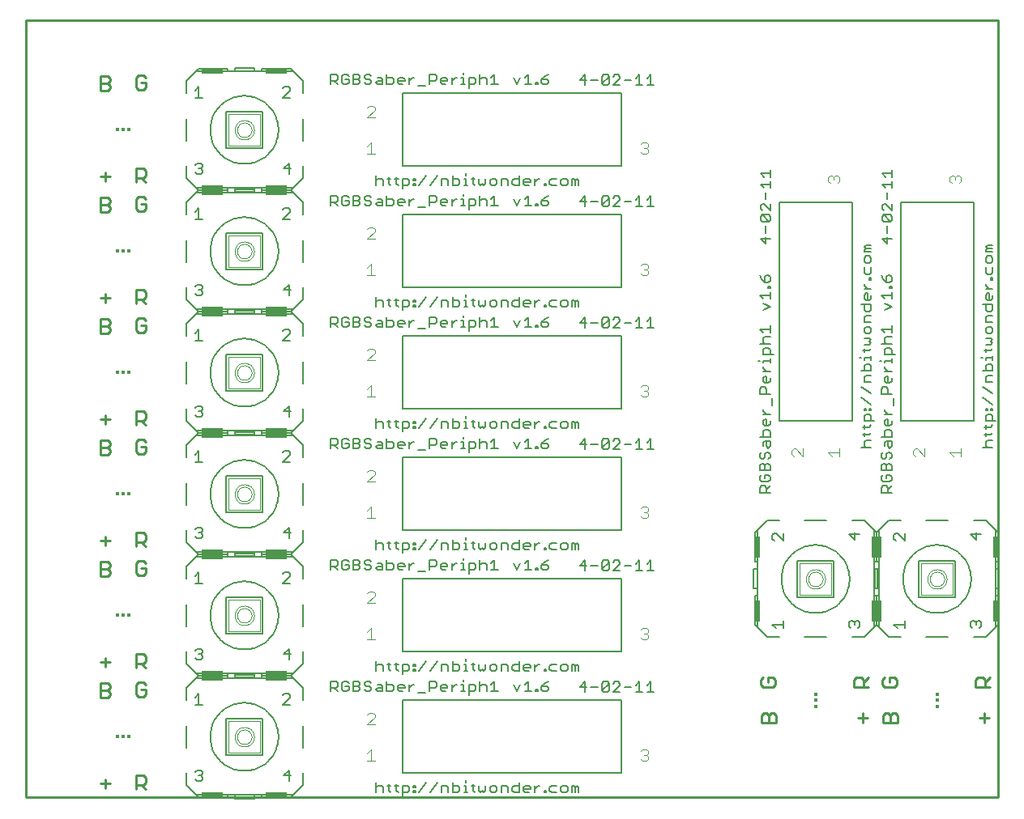
<source format=gto>
G75*
G70*
%OFA0B0*%
%FSLAX24Y24*%
%IPPOS*%
%LPD*%
%AMOC8*
5,1,8,0,0,1.08239X$1,22.5*
%
%ADD10C,0.0110*%
%ADD11C,0.0080*%
%ADD12C,0.0100*%
%ADD13C,0.0050*%
%ADD14C,0.0040*%
%ADD15C,0.0060*%
%ADD16C,0.0020*%
%ADD17R,0.0850X0.0200*%
%ADD18R,0.0157X0.0157*%
%ADD19R,0.0200X0.0850*%
D10*
X003235Y000748D02*
X003629Y000748D01*
X003432Y000945D02*
X003432Y000551D01*
X004707Y000516D02*
X004707Y001107D01*
X005003Y001107D01*
X005101Y001008D01*
X005101Y000812D01*
X005003Y000713D01*
X004707Y000713D01*
X004904Y000713D02*
X005101Y000516D01*
X005003Y004341D02*
X004806Y004341D01*
X004707Y004440D01*
X004707Y004833D01*
X004806Y004932D01*
X005003Y004932D01*
X005101Y004833D01*
X005101Y004636D02*
X004904Y004636D01*
X005101Y004636D02*
X005101Y004440D01*
X005003Y004341D01*
X003631Y004408D02*
X003532Y004309D01*
X003237Y004309D01*
X003237Y004900D01*
X003532Y004900D01*
X003631Y004801D01*
X003631Y004703D01*
X003532Y004604D01*
X003237Y004604D01*
X003532Y004604D02*
X003631Y004506D01*
X003631Y004408D01*
X003432Y005551D02*
X003432Y005945D01*
X003235Y005748D02*
X003629Y005748D01*
X004707Y005713D02*
X005003Y005713D01*
X005101Y005812D01*
X005101Y006008D01*
X005003Y006107D01*
X004707Y006107D01*
X004707Y005516D01*
X004904Y005713D02*
X005101Y005516D01*
X005003Y009341D02*
X004806Y009341D01*
X004707Y009440D01*
X004707Y009833D01*
X004806Y009932D01*
X005003Y009932D01*
X005101Y009833D01*
X005101Y009636D02*
X004904Y009636D01*
X005101Y009636D02*
X005101Y009440D01*
X005003Y009341D01*
X003631Y009408D02*
X003532Y009309D01*
X003237Y009309D01*
X003237Y009900D01*
X003532Y009900D01*
X003631Y009801D01*
X003631Y009703D01*
X003532Y009604D01*
X003237Y009604D01*
X003532Y009604D02*
X003631Y009506D01*
X003631Y009408D01*
X003432Y010551D02*
X003432Y010945D01*
X003235Y010748D02*
X003629Y010748D01*
X004707Y010713D02*
X005003Y010713D01*
X005101Y010812D01*
X005101Y011008D01*
X005003Y011107D01*
X004707Y011107D01*
X004707Y010516D01*
X004904Y010713D02*
X005101Y010516D01*
X005003Y014341D02*
X004806Y014341D01*
X004707Y014440D01*
X004707Y014833D01*
X004806Y014932D01*
X005003Y014932D01*
X005101Y014833D01*
X005101Y014636D02*
X004904Y014636D01*
X005101Y014636D02*
X005101Y014440D01*
X005003Y014341D01*
X005101Y015516D02*
X004904Y015713D01*
X005003Y015713D02*
X004707Y015713D01*
X004707Y015516D02*
X004707Y016107D01*
X005003Y016107D01*
X005101Y016008D01*
X005101Y015812D01*
X005003Y015713D01*
X003631Y014801D02*
X003631Y014703D01*
X003532Y014604D01*
X003237Y014604D01*
X003237Y014309D02*
X003532Y014309D01*
X003631Y014408D01*
X003631Y014506D01*
X003532Y014604D01*
X003631Y014801D02*
X003532Y014900D01*
X003237Y014900D01*
X003237Y014309D01*
X003432Y015551D02*
X003432Y015945D01*
X003235Y015748D02*
X003629Y015748D01*
X003532Y019309D02*
X003237Y019309D01*
X003237Y019900D01*
X003532Y019900D01*
X003631Y019801D01*
X003631Y019703D01*
X003532Y019604D01*
X003237Y019604D01*
X003532Y019604D02*
X003631Y019506D01*
X003631Y019408D01*
X003532Y019309D01*
X004707Y019440D02*
X004806Y019341D01*
X005003Y019341D01*
X005101Y019440D01*
X005101Y019636D01*
X004904Y019636D01*
X004707Y019440D02*
X004707Y019833D01*
X004806Y019932D01*
X005003Y019932D01*
X005101Y019833D01*
X005101Y020516D02*
X004904Y020713D01*
X005003Y020713D02*
X004707Y020713D01*
X004707Y020516D02*
X004707Y021107D01*
X005003Y021107D01*
X005101Y021008D01*
X005101Y020812D01*
X005003Y020713D01*
X003629Y020748D02*
X003235Y020748D01*
X003432Y020945D02*
X003432Y020551D01*
X003532Y024309D02*
X003237Y024309D01*
X003237Y024900D01*
X003532Y024900D01*
X003631Y024801D01*
X003631Y024703D01*
X003532Y024604D01*
X003237Y024604D01*
X003532Y024604D02*
X003631Y024506D01*
X003631Y024408D01*
X003532Y024309D01*
X004707Y024440D02*
X004806Y024341D01*
X005003Y024341D01*
X005101Y024440D01*
X005101Y024636D01*
X004904Y024636D01*
X004707Y024440D02*
X004707Y024833D01*
X004806Y024932D01*
X005003Y024932D01*
X005101Y024833D01*
X005101Y025516D02*
X004904Y025713D01*
X005003Y025713D02*
X004707Y025713D01*
X004707Y025516D02*
X004707Y026107D01*
X005003Y026107D01*
X005101Y026008D01*
X005101Y025812D01*
X005003Y025713D01*
X003629Y025748D02*
X003235Y025748D01*
X003432Y025945D02*
X003432Y025551D01*
X003532Y029309D02*
X003237Y029309D01*
X003237Y029900D01*
X003532Y029900D01*
X003631Y029801D01*
X003631Y029703D01*
X003532Y029604D01*
X003237Y029604D01*
X003532Y029604D02*
X003631Y029506D01*
X003631Y029408D01*
X003532Y029309D01*
X004707Y029440D02*
X004806Y029341D01*
X005003Y029341D01*
X005101Y029440D01*
X005101Y029636D01*
X004904Y029636D01*
X004707Y029440D02*
X004707Y029833D01*
X004806Y029932D01*
X005003Y029932D01*
X005101Y029833D01*
X030401Y005033D02*
X030401Y004836D01*
X030499Y004738D01*
X030893Y004738D01*
X030991Y004836D01*
X030991Y005033D01*
X030893Y005131D01*
X030696Y005131D01*
X030696Y004934D01*
X030499Y005131D02*
X030401Y005033D01*
X030531Y003661D02*
X030630Y003661D01*
X030728Y003562D01*
X030728Y003267D01*
X031023Y003267D02*
X030433Y003267D01*
X030433Y003562D01*
X030531Y003661D01*
X030728Y003562D02*
X030827Y003661D01*
X030925Y003661D01*
X031023Y003562D01*
X031023Y003267D01*
X034226Y004738D02*
X034226Y005033D01*
X034324Y005131D01*
X034521Y005131D01*
X034619Y005033D01*
X034619Y004738D01*
X034619Y004934D02*
X034816Y005131D01*
X034816Y004738D02*
X034226Y004738D01*
X034584Y003659D02*
X034584Y003265D01*
X034388Y003462D02*
X034781Y003462D01*
X035433Y003562D02*
X035531Y003661D01*
X035630Y003661D01*
X035728Y003562D01*
X035728Y003267D01*
X035433Y003267D02*
X035433Y003562D01*
X035433Y003267D02*
X036023Y003267D01*
X036023Y003562D01*
X035925Y003661D01*
X035827Y003661D01*
X035728Y003562D01*
X035893Y004738D02*
X035991Y004836D01*
X035991Y005033D01*
X035893Y005131D01*
X035696Y005131D01*
X035696Y004934D01*
X035499Y004738D02*
X035401Y004836D01*
X035401Y005033D01*
X035499Y005131D01*
X035499Y004738D02*
X035893Y004738D01*
X039226Y004738D02*
X039226Y005033D01*
X039324Y005131D01*
X039521Y005131D01*
X039619Y005033D01*
X039619Y004738D01*
X039619Y004934D02*
X039816Y005131D01*
X039816Y004738D02*
X039226Y004738D01*
X039584Y003659D02*
X039584Y003265D01*
X039388Y003462D02*
X039781Y003462D01*
D11*
X035781Y012737D02*
X035361Y012737D01*
X035361Y012947D01*
X035431Y013017D01*
X035571Y013017D01*
X035641Y012947D01*
X035641Y012737D01*
X035641Y012877D02*
X035781Y013017D01*
X035711Y013198D02*
X035781Y013268D01*
X035781Y013408D01*
X035711Y013478D01*
X035571Y013478D01*
X035571Y013338D01*
X035431Y013478D02*
X035361Y013408D01*
X035361Y013268D01*
X035431Y013198D01*
X035711Y013198D01*
X035781Y013658D02*
X035361Y013658D01*
X035361Y013868D01*
X035431Y013938D01*
X035501Y013938D01*
X035571Y013868D01*
X035571Y013658D01*
X035571Y013868D02*
X035641Y013938D01*
X035711Y013938D01*
X035781Y013868D01*
X035781Y013658D01*
X035711Y014118D02*
X035781Y014188D01*
X035781Y014328D01*
X035711Y014398D01*
X035641Y014398D01*
X035571Y014328D01*
X035571Y014188D01*
X035501Y014118D01*
X035431Y014118D01*
X035361Y014188D01*
X035361Y014328D01*
X035431Y014398D01*
X035501Y014649D02*
X035501Y014789D01*
X035571Y014859D01*
X035781Y014859D01*
X035781Y014649D01*
X035711Y014579D01*
X035641Y014649D01*
X035641Y014859D01*
X035501Y015039D02*
X035501Y015249D01*
X035571Y015319D01*
X035711Y015319D01*
X035781Y015249D01*
X035781Y015039D01*
X035361Y015039D01*
X034940Y014887D02*
X034730Y014887D01*
X034660Y014817D01*
X034660Y014677D01*
X034730Y014607D01*
X034520Y014607D02*
X034940Y014607D01*
X034870Y015138D02*
X034590Y015138D01*
X034660Y015068D02*
X034660Y015208D01*
X034660Y015374D02*
X034660Y015515D01*
X034590Y015445D02*
X034870Y015445D01*
X034940Y015515D01*
X034940Y015681D02*
X034940Y015892D01*
X034870Y015962D01*
X034730Y015962D01*
X034660Y015892D01*
X034660Y015681D01*
X035080Y015681D01*
X034940Y016142D02*
X034870Y016142D01*
X034870Y016212D01*
X034940Y016212D01*
X034940Y016142D01*
X034730Y016142D02*
X034660Y016142D01*
X034660Y016212D01*
X034730Y016212D01*
X034730Y016142D01*
X034940Y016372D02*
X034520Y016652D01*
X034940Y016832D02*
X034520Y017112D01*
X034660Y017293D02*
X034660Y017503D01*
X034730Y017573D01*
X034940Y017573D01*
X034940Y017753D02*
X034940Y017963D01*
X034870Y018033D01*
X034730Y018033D01*
X034660Y017963D01*
X034660Y017753D01*
X034520Y017753D02*
X034940Y017753D01*
X034940Y017293D02*
X034660Y017293D01*
X035361Y017014D02*
X035361Y016804D01*
X035781Y016804D01*
X035641Y016804D02*
X035641Y017014D01*
X035571Y017084D01*
X035431Y017084D01*
X035361Y017014D01*
X035571Y017264D02*
X035501Y017334D01*
X035501Y017474D01*
X035571Y017544D01*
X035641Y017544D01*
X035641Y017264D01*
X035711Y017264D02*
X035571Y017264D01*
X035711Y017264D02*
X035781Y017334D01*
X035781Y017474D01*
X035781Y017724D02*
X035501Y017724D01*
X035641Y017724D02*
X035501Y017864D01*
X035501Y017934D01*
X035501Y018108D02*
X035501Y018178D01*
X035781Y018178D01*
X035781Y018108D02*
X035781Y018248D01*
X035781Y018415D02*
X035781Y018625D01*
X035711Y018695D01*
X035571Y018695D01*
X035501Y018625D01*
X035501Y018415D01*
X035921Y018415D01*
X035781Y018875D02*
X035361Y018875D01*
X035501Y018945D02*
X035501Y019085D01*
X035571Y019155D01*
X035781Y019155D01*
X035781Y019336D02*
X035781Y019616D01*
X035781Y019476D02*
X035361Y019476D01*
X035501Y019336D01*
X035501Y018945D02*
X035571Y018875D01*
X034940Y018897D02*
X034870Y018967D01*
X034940Y019037D01*
X034870Y019107D01*
X034660Y019107D01*
X034730Y019287D02*
X034660Y019357D01*
X034660Y019498D01*
X034730Y019568D01*
X034870Y019568D01*
X034940Y019498D01*
X034940Y019357D01*
X034870Y019287D01*
X034730Y019287D01*
X034940Y018897D02*
X034870Y018827D01*
X034660Y018827D01*
X034660Y018660D02*
X034660Y018520D01*
X034590Y018590D02*
X034870Y018590D01*
X034940Y018660D01*
X034940Y018353D02*
X034940Y018213D01*
X034940Y018283D02*
X034660Y018283D01*
X034660Y018213D01*
X034520Y018283D02*
X034450Y018283D01*
X035291Y018178D02*
X035361Y018178D01*
X034940Y019748D02*
X034660Y019748D01*
X034660Y019958D01*
X034730Y020028D01*
X034940Y020028D01*
X034870Y020208D02*
X034730Y020208D01*
X034660Y020278D01*
X034660Y020488D01*
X034520Y020488D02*
X034940Y020488D01*
X034940Y020278D01*
X034870Y020208D01*
X034870Y020669D02*
X034730Y020669D01*
X034660Y020739D01*
X034660Y020879D01*
X034730Y020949D01*
X034800Y020949D01*
X034800Y020669D01*
X034870Y020669D02*
X034940Y020739D01*
X034940Y020879D01*
X034940Y021129D02*
X034660Y021129D01*
X034800Y021129D02*
X034660Y021269D01*
X034660Y021339D01*
X034870Y021512D02*
X034870Y021583D01*
X034940Y021583D01*
X034940Y021512D01*
X034870Y021512D01*
X034870Y021743D02*
X034940Y021813D01*
X034940Y022023D01*
X034870Y022203D02*
X034940Y022273D01*
X034940Y022413D01*
X034870Y022483D01*
X034730Y022483D01*
X034660Y022413D01*
X034660Y022273D01*
X034730Y022203D01*
X034870Y022203D01*
X034660Y022023D02*
X034660Y021813D01*
X034730Y021743D01*
X034870Y021743D01*
X035361Y021687D02*
X035431Y021547D01*
X035571Y021407D01*
X035571Y021617D01*
X035641Y021687D01*
X035711Y021687D01*
X035781Y021617D01*
X035781Y021477D01*
X035711Y021407D01*
X035571Y021407D01*
X035711Y021247D02*
X035781Y021247D01*
X035781Y021177D01*
X035711Y021177D01*
X035711Y021247D01*
X035781Y020997D02*
X035781Y020717D01*
X035781Y020857D02*
X035361Y020857D01*
X035501Y020717D01*
X035501Y020536D02*
X035781Y020396D01*
X035501Y020256D01*
X034940Y022663D02*
X034660Y022663D01*
X034660Y022733D01*
X034730Y022803D01*
X034660Y022874D01*
X034730Y022944D01*
X034940Y022944D01*
X034940Y022803D02*
X034730Y022803D01*
X035384Y023193D02*
X035594Y022983D01*
X035594Y023263D01*
X035594Y023443D02*
X035594Y023723D01*
X035734Y023904D02*
X035454Y024184D01*
X035734Y024184D01*
X035804Y024114D01*
X035804Y023974D01*
X035734Y023904D01*
X035454Y023904D01*
X035384Y023974D01*
X035384Y024114D01*
X035454Y024184D01*
X035454Y024364D02*
X035384Y024434D01*
X035384Y024574D01*
X035454Y024644D01*
X035524Y024644D01*
X035804Y024364D01*
X035804Y024644D01*
X035594Y024824D02*
X035594Y025104D01*
X035524Y025285D02*
X035384Y025425D01*
X035804Y025425D01*
X035804Y025285D02*
X035804Y025565D01*
X035804Y025745D02*
X035804Y026025D01*
X035804Y025885D02*
X035384Y025885D01*
X035524Y025745D01*
X035384Y023193D02*
X035804Y023193D01*
X039520Y020488D02*
X039940Y020488D01*
X039940Y020278D01*
X039870Y020208D01*
X039730Y020208D01*
X039660Y020278D01*
X039660Y020488D01*
X039730Y020669D02*
X039660Y020739D01*
X039660Y020879D01*
X039730Y020949D01*
X039800Y020949D01*
X039800Y020669D01*
X039870Y020669D02*
X039730Y020669D01*
X039870Y020669D02*
X039940Y020739D01*
X039940Y020879D01*
X039940Y021129D02*
X039660Y021129D01*
X039800Y021129D02*
X039660Y021269D01*
X039660Y021339D01*
X039870Y021512D02*
X039870Y021583D01*
X039940Y021583D01*
X039940Y021512D01*
X039870Y021512D01*
X039870Y021743D02*
X039940Y021813D01*
X039940Y022023D01*
X039870Y022203D02*
X039940Y022273D01*
X039940Y022413D01*
X039870Y022483D01*
X039730Y022483D01*
X039660Y022413D01*
X039660Y022273D01*
X039730Y022203D01*
X039870Y022203D01*
X039660Y022023D02*
X039660Y021813D01*
X039730Y021743D01*
X039870Y021743D01*
X039940Y022663D02*
X039660Y022663D01*
X039660Y022733D01*
X039730Y022803D01*
X039660Y022874D01*
X039730Y022944D01*
X039940Y022944D01*
X039940Y022803D02*
X039730Y022803D01*
X039730Y020028D02*
X039940Y020028D01*
X039730Y020028D02*
X039660Y019958D01*
X039660Y019748D01*
X039940Y019748D01*
X039870Y019568D02*
X039730Y019568D01*
X039660Y019498D01*
X039660Y019357D01*
X039730Y019287D01*
X039870Y019287D01*
X039940Y019357D01*
X039940Y019498D01*
X039870Y019568D01*
X039870Y019107D02*
X039660Y019107D01*
X039870Y019107D02*
X039940Y019037D01*
X039870Y018967D01*
X039940Y018897D01*
X039870Y018827D01*
X039660Y018827D01*
X039660Y018660D02*
X039660Y018520D01*
X039590Y018590D02*
X039870Y018590D01*
X039940Y018660D01*
X039940Y018353D02*
X039940Y018213D01*
X039940Y018283D02*
X039660Y018283D01*
X039660Y018213D01*
X039520Y018283D02*
X039450Y018283D01*
X039730Y018033D02*
X039660Y017963D01*
X039660Y017753D01*
X039520Y017753D02*
X039940Y017753D01*
X039940Y017963D01*
X039870Y018033D01*
X039730Y018033D01*
X039730Y017573D02*
X039940Y017573D01*
X039730Y017573D02*
X039660Y017503D01*
X039660Y017293D01*
X039940Y017293D01*
X039520Y017112D02*
X039940Y016832D01*
X039520Y016652D02*
X039940Y016372D01*
X039940Y016212D02*
X039940Y016142D01*
X039870Y016142D01*
X039870Y016212D01*
X039940Y016212D01*
X039730Y016212D02*
X039730Y016142D01*
X039660Y016142D01*
X039660Y016212D01*
X039730Y016212D01*
X039730Y015962D02*
X039870Y015962D01*
X039940Y015892D01*
X039940Y015681D01*
X040080Y015681D02*
X039660Y015681D01*
X039660Y015892D01*
X039730Y015962D01*
X039660Y015515D02*
X039660Y015374D01*
X039590Y015445D02*
X039870Y015445D01*
X039940Y015515D01*
X039940Y015208D02*
X039870Y015138D01*
X039590Y015138D01*
X039660Y015068D02*
X039660Y015208D01*
X039730Y014887D02*
X039940Y014887D01*
X039730Y014887D02*
X039660Y014817D01*
X039660Y014677D01*
X039730Y014607D01*
X039520Y014607D02*
X039940Y014607D01*
X035781Y015569D02*
X035711Y015499D01*
X035571Y015499D01*
X035501Y015569D01*
X035501Y015709D01*
X035571Y015780D01*
X035641Y015780D01*
X035641Y015499D01*
X035781Y015569D02*
X035781Y015709D01*
X035781Y015960D02*
X035501Y015960D01*
X035501Y016100D02*
X035501Y016170D01*
X035501Y016100D02*
X035641Y015960D01*
X035851Y016343D02*
X035851Y016624D01*
X034940Y015208D02*
X034870Y015138D01*
X030781Y015039D02*
X030781Y015249D01*
X030711Y015319D01*
X030571Y015319D01*
X030501Y015249D01*
X030501Y015039D01*
X030361Y015039D02*
X030781Y015039D01*
X030781Y014859D02*
X030571Y014859D01*
X030501Y014789D01*
X030501Y014649D01*
X030641Y014649D02*
X030641Y014859D01*
X030781Y014859D02*
X030781Y014649D01*
X030711Y014579D01*
X030641Y014649D01*
X030641Y014398D02*
X030711Y014398D01*
X030781Y014328D01*
X030781Y014188D01*
X030711Y014118D01*
X030571Y014188D02*
X030571Y014328D01*
X030641Y014398D01*
X030431Y014398D02*
X030361Y014328D01*
X030361Y014188D01*
X030431Y014118D01*
X030501Y014118D01*
X030571Y014188D01*
X030501Y013938D02*
X030571Y013868D01*
X030571Y013658D01*
X030571Y013478D02*
X030571Y013338D01*
X030571Y013478D02*
X030711Y013478D01*
X030781Y013408D01*
X030781Y013268D01*
X030711Y013198D01*
X030431Y013198D01*
X030361Y013268D01*
X030361Y013408D01*
X030431Y013478D01*
X030361Y013658D02*
X030361Y013868D01*
X030431Y013938D01*
X030501Y013938D01*
X030571Y013868D02*
X030641Y013938D01*
X030711Y013938D01*
X030781Y013868D01*
X030781Y013658D01*
X030361Y013658D01*
X030431Y013017D02*
X030571Y013017D01*
X030641Y012947D01*
X030641Y012737D01*
X030641Y012877D02*
X030781Y013017D01*
X030781Y012737D02*
X030361Y012737D01*
X030361Y012947D01*
X030431Y013017D01*
X030571Y015499D02*
X030501Y015569D01*
X030501Y015709D01*
X030571Y015780D01*
X030641Y015780D01*
X030641Y015499D01*
X030711Y015499D02*
X030571Y015499D01*
X030711Y015499D02*
X030781Y015569D01*
X030781Y015709D01*
X030781Y015960D02*
X030501Y015960D01*
X030501Y016100D02*
X030501Y016170D01*
X030501Y016100D02*
X030641Y015960D01*
X030851Y016343D02*
X030851Y016624D01*
X030781Y016804D02*
X030361Y016804D01*
X030361Y017014D01*
X030431Y017084D01*
X030571Y017084D01*
X030641Y017014D01*
X030641Y016804D01*
X030641Y017264D02*
X030641Y017544D01*
X030571Y017544D01*
X030501Y017474D01*
X030501Y017334D01*
X030571Y017264D01*
X030711Y017264D01*
X030781Y017334D01*
X030781Y017474D01*
X030781Y017724D02*
X030501Y017724D01*
X030641Y017724D02*
X030501Y017864D01*
X030501Y017934D01*
X030501Y018108D02*
X030501Y018178D01*
X030781Y018178D01*
X030781Y018108D02*
X030781Y018248D01*
X030781Y018415D02*
X030781Y018625D01*
X030711Y018695D01*
X030571Y018695D01*
X030501Y018625D01*
X030501Y018415D01*
X030921Y018415D01*
X030361Y018178D02*
X030291Y018178D01*
X030361Y018875D02*
X030781Y018875D01*
X030571Y018875D02*
X030501Y018945D01*
X030501Y019085D01*
X030571Y019155D01*
X030781Y019155D01*
X030781Y019336D02*
X030781Y019616D01*
X030781Y019476D02*
X030361Y019476D01*
X030501Y019336D01*
X030501Y020256D02*
X030781Y020396D01*
X030501Y020536D01*
X030501Y020717D02*
X030361Y020857D01*
X030781Y020857D01*
X030781Y020717D02*
X030781Y020997D01*
X030781Y021177D02*
X030781Y021247D01*
X030711Y021247D01*
X030711Y021177D01*
X030781Y021177D01*
X030711Y021407D02*
X030571Y021407D01*
X030571Y021617D01*
X030641Y021687D01*
X030711Y021687D01*
X030781Y021617D01*
X030781Y021477D01*
X030711Y021407D01*
X030571Y021407D02*
X030431Y021547D01*
X030361Y021687D01*
X030594Y022983D02*
X030594Y023263D01*
X030594Y023443D02*
X030594Y023723D01*
X030734Y023904D02*
X030454Y023904D01*
X030384Y023974D01*
X030384Y024114D01*
X030454Y024184D01*
X030734Y023904D01*
X030804Y023974D01*
X030804Y024114D01*
X030734Y024184D01*
X030454Y024184D01*
X030454Y024364D02*
X030384Y024434D01*
X030384Y024574D01*
X030454Y024644D01*
X030524Y024644D01*
X030804Y024364D01*
X030804Y024644D01*
X030594Y024824D02*
X030594Y025104D01*
X030524Y025285D02*
X030384Y025425D01*
X030804Y025425D01*
X030804Y025285D02*
X030804Y025565D01*
X030804Y025745D02*
X030804Y026025D01*
X030804Y025885D02*
X030384Y025885D01*
X030524Y025745D01*
X030384Y023193D02*
X030594Y022983D01*
X030804Y023193D02*
X030384Y023193D01*
X025995Y024529D02*
X025715Y024529D01*
X025855Y024529D02*
X025855Y024949D01*
X025715Y024809D01*
X025535Y024529D02*
X025254Y024529D01*
X025394Y024529D02*
X025394Y024949D01*
X025254Y024809D01*
X025074Y024739D02*
X024794Y024739D01*
X024614Y024809D02*
X024614Y024879D01*
X024544Y024949D01*
X024404Y024949D01*
X024334Y024879D01*
X024154Y024879D02*
X024083Y024949D01*
X023943Y024949D01*
X023873Y024879D01*
X023873Y024599D01*
X024154Y024879D01*
X024154Y024599D01*
X024083Y024529D01*
X023943Y024529D01*
X023873Y024599D01*
X023693Y024739D02*
X023413Y024739D01*
X023233Y024739D02*
X022953Y024739D01*
X023163Y024949D01*
X023163Y024529D01*
X022913Y025393D02*
X022913Y025603D01*
X022843Y025673D01*
X022773Y025603D01*
X022773Y025393D01*
X022633Y025393D02*
X022633Y025673D01*
X022703Y025673D01*
X022773Y025603D01*
X022453Y025603D02*
X022453Y025463D01*
X022383Y025393D01*
X022243Y025393D01*
X022173Y025463D01*
X022173Y025603D01*
X022243Y025673D01*
X022383Y025673D01*
X022453Y025603D01*
X021993Y025673D02*
X021782Y025673D01*
X021712Y025603D01*
X021712Y025463D01*
X021782Y025393D01*
X021993Y025393D01*
X021552Y025393D02*
X021482Y025393D01*
X021482Y025463D01*
X021552Y025463D01*
X021552Y025393D01*
X021309Y025673D02*
X021239Y025673D01*
X021099Y025533D01*
X021099Y025393D02*
X021099Y025673D01*
X020919Y025603D02*
X020919Y025533D01*
X020638Y025533D01*
X020638Y025463D02*
X020638Y025603D01*
X020708Y025673D01*
X020848Y025673D01*
X020919Y025603D01*
X020848Y025393D02*
X020708Y025393D01*
X020638Y025463D01*
X020458Y025393D02*
X020458Y025813D01*
X020458Y025673D02*
X020248Y025673D01*
X020178Y025603D01*
X020178Y025463D01*
X020248Y025393D01*
X020458Y025393D01*
X019998Y025393D02*
X019998Y025603D01*
X019928Y025673D01*
X019718Y025673D01*
X019718Y025393D01*
X019537Y025463D02*
X019537Y025603D01*
X019467Y025673D01*
X019327Y025673D01*
X019257Y025603D01*
X019257Y025463D01*
X019327Y025393D01*
X019467Y025393D01*
X019537Y025463D01*
X019077Y025463D02*
X019077Y025673D01*
X019077Y025463D02*
X019007Y025393D01*
X018937Y025463D01*
X018867Y025393D01*
X018797Y025463D01*
X018797Y025673D01*
X018630Y025673D02*
X018490Y025673D01*
X018560Y025743D02*
X018560Y025463D01*
X018630Y025393D01*
X018323Y025393D02*
X018183Y025393D01*
X018253Y025393D02*
X018253Y025673D01*
X018183Y025673D01*
X018253Y025813D02*
X018253Y025883D01*
X018003Y025603D02*
X017933Y025673D01*
X017723Y025673D01*
X017723Y025813D02*
X017723Y025393D01*
X017933Y025393D01*
X018003Y025463D01*
X018003Y025603D01*
X017543Y025603D02*
X017543Y025393D01*
X017543Y025603D02*
X017473Y025673D01*
X017262Y025673D01*
X017262Y025393D01*
X017082Y025813D02*
X016802Y025393D01*
X016773Y024972D02*
X016984Y024972D01*
X017054Y024902D01*
X017054Y024761D01*
X016984Y024691D01*
X016773Y024691D01*
X016773Y024551D02*
X016773Y024972D01*
X017234Y024761D02*
X017304Y024832D01*
X017444Y024832D01*
X017514Y024761D01*
X017514Y024691D01*
X017234Y024691D01*
X017234Y024621D02*
X017234Y024761D01*
X017234Y024621D02*
X017304Y024551D01*
X017444Y024551D01*
X017694Y024551D02*
X017694Y024832D01*
X017834Y024832D02*
X017694Y024691D01*
X017834Y024832D02*
X017904Y024832D01*
X018078Y024832D02*
X018148Y024832D01*
X018148Y024551D01*
X018078Y024551D02*
X018218Y024551D01*
X018385Y024551D02*
X018595Y024551D01*
X018665Y024621D01*
X018665Y024761D01*
X018595Y024832D01*
X018385Y024832D01*
X018385Y024411D01*
X018845Y024551D02*
X018845Y024972D01*
X018915Y024832D02*
X019055Y024832D01*
X019125Y024761D01*
X019125Y024551D01*
X019305Y024551D02*
X019586Y024551D01*
X019445Y024551D02*
X019445Y024972D01*
X019305Y024832D01*
X018915Y024832D02*
X018845Y024761D01*
X018148Y024972D02*
X018148Y025042D01*
X016593Y024481D02*
X016313Y024481D01*
X015929Y024551D02*
X015929Y024832D01*
X016070Y024832D02*
X016140Y024832D01*
X016070Y024832D02*
X015929Y024691D01*
X015749Y024691D02*
X015469Y024691D01*
X015469Y024621D02*
X015469Y024761D01*
X015539Y024832D01*
X015679Y024832D01*
X015749Y024761D01*
X015749Y024691D01*
X015679Y024551D02*
X015539Y024551D01*
X015469Y024621D01*
X015289Y024621D02*
X015219Y024551D01*
X015009Y024551D01*
X015009Y024972D01*
X015009Y024832D02*
X015219Y024832D01*
X015289Y024761D01*
X015289Y024621D01*
X014829Y024551D02*
X014618Y024551D01*
X014548Y024621D01*
X014618Y024691D01*
X014829Y024691D01*
X014829Y024761D02*
X014829Y024551D01*
X014829Y024761D02*
X014759Y024832D01*
X014618Y024832D01*
X014368Y024902D02*
X014298Y024972D01*
X014158Y024972D01*
X014088Y024902D01*
X014088Y024832D01*
X014158Y024761D01*
X014298Y024761D01*
X014368Y024691D01*
X014368Y024621D01*
X014298Y024551D01*
X014158Y024551D01*
X014088Y024621D01*
X013908Y024621D02*
X013838Y024551D01*
X013628Y024551D01*
X013628Y024972D01*
X013838Y024972D01*
X013908Y024902D01*
X013908Y024832D01*
X013838Y024761D01*
X013628Y024761D01*
X013448Y024761D02*
X013307Y024761D01*
X013448Y024761D02*
X013448Y024621D01*
X013377Y024551D01*
X013237Y024551D01*
X013167Y024621D01*
X013167Y024902D01*
X013237Y024972D01*
X013377Y024972D01*
X013448Y024902D01*
X013838Y024761D02*
X013908Y024691D01*
X013908Y024621D01*
X012987Y024551D02*
X012847Y024691D01*
X012917Y024691D02*
X012707Y024691D01*
X012707Y024551D02*
X012707Y024972D01*
X012917Y024972D01*
X012987Y024902D01*
X012987Y024761D01*
X012917Y024691D01*
X014577Y025393D02*
X014577Y025813D01*
X014647Y025673D02*
X014787Y025673D01*
X014857Y025603D01*
X014857Y025393D01*
X015107Y025463D02*
X015107Y025743D01*
X015037Y025673D02*
X015177Y025673D01*
X015344Y025673D02*
X015484Y025673D01*
X015414Y025743D02*
X015414Y025463D01*
X015484Y025393D01*
X015651Y025393D02*
X015861Y025393D01*
X015931Y025463D01*
X015931Y025603D01*
X015861Y025673D01*
X015651Y025673D01*
X015651Y025253D01*
X016111Y025393D02*
X016111Y025463D01*
X016182Y025463D01*
X016182Y025393D01*
X016111Y025393D01*
X016111Y025603D02*
X016111Y025673D01*
X016182Y025673D01*
X016182Y025603D01*
X016111Y025603D01*
X016342Y025393D02*
X016622Y025813D01*
X015177Y025393D02*
X015107Y025463D01*
X014647Y025673D02*
X014577Y025603D01*
X018385Y029411D02*
X018385Y029832D01*
X018595Y029832D01*
X018665Y029761D01*
X018665Y029621D01*
X018595Y029551D01*
X018385Y029551D01*
X018218Y029551D02*
X018078Y029551D01*
X018148Y029551D02*
X018148Y029832D01*
X018078Y029832D01*
X018148Y029972D02*
X018148Y030042D01*
X017904Y029832D02*
X017834Y029832D01*
X017694Y029691D01*
X017694Y029551D02*
X017694Y029832D01*
X017514Y029761D02*
X017514Y029691D01*
X017234Y029691D01*
X017234Y029621D02*
X017234Y029761D01*
X017304Y029832D01*
X017444Y029832D01*
X017514Y029761D01*
X017444Y029551D02*
X017304Y029551D01*
X017234Y029621D01*
X017054Y029761D02*
X016984Y029691D01*
X016773Y029691D01*
X016773Y029551D02*
X016773Y029972D01*
X016984Y029972D01*
X017054Y029902D01*
X017054Y029761D01*
X016593Y029481D02*
X016313Y029481D01*
X015929Y029551D02*
X015929Y029832D01*
X016070Y029832D02*
X016140Y029832D01*
X016070Y029832D02*
X015929Y029691D01*
X015749Y029691D02*
X015469Y029691D01*
X015469Y029621D02*
X015469Y029761D01*
X015539Y029832D01*
X015679Y029832D01*
X015749Y029761D01*
X015749Y029691D01*
X015679Y029551D02*
X015539Y029551D01*
X015469Y029621D01*
X015289Y029621D02*
X015289Y029761D01*
X015219Y029832D01*
X015009Y029832D01*
X015009Y029972D02*
X015009Y029551D01*
X015219Y029551D01*
X015289Y029621D01*
X014829Y029551D02*
X014829Y029761D01*
X014759Y029832D01*
X014618Y029832D01*
X014618Y029691D02*
X014829Y029691D01*
X014829Y029551D02*
X014618Y029551D01*
X014548Y029621D01*
X014618Y029691D01*
X014368Y029691D02*
X014298Y029761D01*
X014158Y029761D01*
X014088Y029832D01*
X014088Y029902D01*
X014158Y029972D01*
X014298Y029972D01*
X014368Y029902D01*
X014368Y029691D02*
X014368Y029621D01*
X014298Y029551D01*
X014158Y029551D01*
X014088Y029621D01*
X013908Y029621D02*
X013838Y029551D01*
X013628Y029551D01*
X013628Y029972D01*
X013838Y029972D01*
X013908Y029902D01*
X013908Y029832D01*
X013838Y029761D01*
X013628Y029761D01*
X013448Y029761D02*
X013307Y029761D01*
X013448Y029761D02*
X013448Y029621D01*
X013377Y029551D01*
X013237Y029551D01*
X013167Y029621D01*
X013167Y029902D01*
X013237Y029972D01*
X013377Y029972D01*
X013448Y029902D01*
X013838Y029761D02*
X013908Y029691D01*
X013908Y029621D01*
X012987Y029551D02*
X012847Y029691D01*
X012917Y029691D02*
X012707Y029691D01*
X012707Y029551D02*
X012707Y029972D01*
X012917Y029972D01*
X012987Y029902D01*
X012987Y029761D01*
X012917Y029691D01*
X018845Y029761D02*
X018915Y029832D01*
X019055Y029832D01*
X019125Y029761D01*
X019125Y029551D01*
X019305Y029551D02*
X019586Y029551D01*
X019445Y029551D02*
X019445Y029972D01*
X019305Y029832D01*
X018845Y029972D02*
X018845Y029551D01*
X020226Y029832D02*
X020366Y029551D01*
X020506Y029832D01*
X020686Y029832D02*
X020826Y029972D01*
X020826Y029551D01*
X020686Y029551D02*
X020967Y029551D01*
X021147Y029551D02*
X021217Y029551D01*
X021217Y029621D01*
X021147Y029621D01*
X021147Y029551D01*
X021377Y029621D02*
X021447Y029551D01*
X021587Y029551D01*
X021657Y029621D01*
X021657Y029691D01*
X021587Y029761D01*
X021377Y029761D01*
X021377Y029621D01*
X021377Y029761D02*
X021517Y029902D01*
X021657Y029972D01*
X022953Y029739D02*
X023233Y029739D01*
X023413Y029739D02*
X023693Y029739D01*
X023873Y029879D02*
X023943Y029949D01*
X024083Y029949D01*
X024154Y029879D01*
X023873Y029599D01*
X023943Y029529D01*
X024083Y029529D01*
X024154Y029599D01*
X024154Y029879D01*
X024334Y029879D02*
X024404Y029949D01*
X024544Y029949D01*
X024614Y029879D01*
X024614Y029809D01*
X024334Y029529D01*
X024614Y029529D01*
X024794Y029739D02*
X025074Y029739D01*
X025254Y029809D02*
X025394Y029949D01*
X025394Y029529D01*
X025254Y029529D02*
X025535Y029529D01*
X025715Y029529D02*
X025995Y029529D01*
X025855Y029529D02*
X025855Y029949D01*
X025715Y029809D01*
X023873Y029879D02*
X023873Y029599D01*
X023163Y029529D02*
X023163Y029949D01*
X022953Y029739D01*
X021657Y024972D02*
X021517Y024902D01*
X021377Y024761D01*
X021587Y024761D01*
X021657Y024691D01*
X021657Y024621D01*
X021587Y024551D01*
X021447Y024551D01*
X021377Y024621D01*
X021377Y024761D01*
X021217Y024621D02*
X021217Y024551D01*
X021147Y024551D01*
X021147Y024621D01*
X021217Y024621D01*
X020967Y024551D02*
X020686Y024551D01*
X020826Y024551D02*
X020826Y024972D01*
X020686Y024832D01*
X020506Y024832D02*
X020366Y024551D01*
X020226Y024832D01*
X024334Y024529D02*
X024614Y024809D01*
X024614Y024529D02*
X024334Y024529D01*
X020458Y020813D02*
X020458Y020393D01*
X020248Y020393D01*
X020178Y020463D01*
X020178Y020603D01*
X020248Y020673D01*
X020458Y020673D01*
X020638Y020603D02*
X020708Y020673D01*
X020848Y020673D01*
X020919Y020603D01*
X020919Y020533D01*
X020638Y020533D01*
X020638Y020463D02*
X020638Y020603D01*
X020638Y020463D02*
X020708Y020393D01*
X020848Y020393D01*
X021099Y020393D02*
X021099Y020673D01*
X021239Y020673D02*
X021309Y020673D01*
X021239Y020673D02*
X021099Y020533D01*
X021482Y020463D02*
X021552Y020463D01*
X021552Y020393D01*
X021482Y020393D01*
X021482Y020463D01*
X021712Y020463D02*
X021782Y020393D01*
X021993Y020393D01*
X022173Y020463D02*
X022243Y020393D01*
X022383Y020393D01*
X022453Y020463D01*
X022453Y020603D01*
X022383Y020673D01*
X022243Y020673D01*
X022173Y020603D01*
X022173Y020463D01*
X021993Y020673D02*
X021782Y020673D01*
X021712Y020603D01*
X021712Y020463D01*
X021657Y019972D02*
X021517Y019902D01*
X021377Y019761D01*
X021587Y019761D01*
X021657Y019691D01*
X021657Y019621D01*
X021587Y019551D01*
X021447Y019551D01*
X021377Y019621D01*
X021377Y019761D01*
X021217Y019621D02*
X021217Y019551D01*
X021147Y019551D01*
X021147Y019621D01*
X021217Y019621D01*
X020967Y019551D02*
X020686Y019551D01*
X020826Y019551D02*
X020826Y019972D01*
X020686Y019832D01*
X020506Y019832D02*
X020366Y019551D01*
X020226Y019832D01*
X019998Y020393D02*
X019998Y020603D01*
X019928Y020673D01*
X019718Y020673D01*
X019718Y020393D01*
X019537Y020463D02*
X019537Y020603D01*
X019467Y020673D01*
X019327Y020673D01*
X019257Y020603D01*
X019257Y020463D01*
X019327Y020393D01*
X019467Y020393D01*
X019537Y020463D01*
X019077Y020463D02*
X019077Y020673D01*
X019077Y020463D02*
X019007Y020393D01*
X018937Y020463D01*
X018867Y020393D01*
X018797Y020463D01*
X018797Y020673D01*
X018630Y020673D02*
X018490Y020673D01*
X018560Y020743D02*
X018560Y020463D01*
X018630Y020393D01*
X018323Y020393D02*
X018183Y020393D01*
X018253Y020393D02*
X018253Y020673D01*
X018183Y020673D01*
X018253Y020813D02*
X018253Y020883D01*
X018003Y020603D02*
X017933Y020673D01*
X017723Y020673D01*
X017723Y020813D02*
X017723Y020393D01*
X017933Y020393D01*
X018003Y020463D01*
X018003Y020603D01*
X017543Y020603D02*
X017543Y020393D01*
X017543Y020603D02*
X017473Y020673D01*
X017262Y020673D01*
X017262Y020393D01*
X017082Y020813D02*
X016802Y020393D01*
X016622Y020813D02*
X016342Y020393D01*
X016182Y020393D02*
X016111Y020393D01*
X016111Y020463D01*
X016182Y020463D01*
X016182Y020393D01*
X016182Y020603D02*
X016111Y020603D01*
X016111Y020673D01*
X016182Y020673D01*
X016182Y020603D01*
X015931Y020603D02*
X015931Y020463D01*
X015861Y020393D01*
X015651Y020393D01*
X015651Y020253D02*
X015651Y020673D01*
X015861Y020673D01*
X015931Y020603D01*
X015484Y020673D02*
X015344Y020673D01*
X015414Y020743D02*
X015414Y020463D01*
X015484Y020393D01*
X015177Y020393D02*
X015107Y020463D01*
X015107Y020743D01*
X015037Y020673D02*
X015177Y020673D01*
X014857Y020603D02*
X014857Y020393D01*
X014857Y020603D02*
X014787Y020673D01*
X014647Y020673D01*
X014577Y020603D01*
X014577Y020813D02*
X014577Y020393D01*
X014298Y019972D02*
X014158Y019972D01*
X014088Y019902D01*
X014088Y019832D01*
X014158Y019761D01*
X014298Y019761D01*
X014368Y019691D01*
X014368Y019621D01*
X014298Y019551D01*
X014158Y019551D01*
X014088Y019621D01*
X013908Y019621D02*
X013838Y019551D01*
X013628Y019551D01*
X013628Y019972D01*
X013838Y019972D01*
X013908Y019902D01*
X013908Y019832D01*
X013838Y019761D01*
X013628Y019761D01*
X013448Y019761D02*
X013307Y019761D01*
X013448Y019761D02*
X013448Y019621D01*
X013377Y019551D01*
X013237Y019551D01*
X013167Y019621D01*
X013167Y019902D01*
X013237Y019972D01*
X013377Y019972D01*
X013448Y019902D01*
X013838Y019761D02*
X013908Y019691D01*
X013908Y019621D01*
X014298Y019972D02*
X014368Y019902D01*
X014618Y019832D02*
X014759Y019832D01*
X014829Y019761D01*
X014829Y019551D01*
X014618Y019551D01*
X014548Y019621D01*
X014618Y019691D01*
X014829Y019691D01*
X015009Y019551D02*
X015009Y019972D01*
X015009Y019832D02*
X015219Y019832D01*
X015289Y019761D01*
X015289Y019621D01*
X015219Y019551D01*
X015009Y019551D01*
X015469Y019621D02*
X015469Y019761D01*
X015539Y019832D01*
X015679Y019832D01*
X015749Y019761D01*
X015749Y019691D01*
X015469Y019691D01*
X015469Y019621D02*
X015539Y019551D01*
X015679Y019551D01*
X015929Y019551D02*
X015929Y019832D01*
X016070Y019832D02*
X016140Y019832D01*
X016070Y019832D02*
X015929Y019691D01*
X016313Y019481D02*
X016593Y019481D01*
X016773Y019551D02*
X016773Y019972D01*
X016984Y019972D01*
X017054Y019902D01*
X017054Y019761D01*
X016984Y019691D01*
X016773Y019691D01*
X017234Y019691D02*
X017514Y019691D01*
X017514Y019761D01*
X017444Y019832D01*
X017304Y019832D01*
X017234Y019761D01*
X017234Y019621D01*
X017304Y019551D01*
X017444Y019551D01*
X017694Y019551D02*
X017694Y019832D01*
X017834Y019832D02*
X017694Y019691D01*
X017834Y019832D02*
X017904Y019832D01*
X018078Y019832D02*
X018148Y019832D01*
X018148Y019551D01*
X018078Y019551D02*
X018218Y019551D01*
X018385Y019551D02*
X018595Y019551D01*
X018665Y019621D01*
X018665Y019761D01*
X018595Y019832D01*
X018385Y019832D01*
X018385Y019411D01*
X018845Y019551D02*
X018845Y019972D01*
X018915Y019832D02*
X019055Y019832D01*
X019125Y019761D01*
X019125Y019551D01*
X019305Y019551D02*
X019586Y019551D01*
X019445Y019551D02*
X019445Y019972D01*
X019305Y019832D01*
X018915Y019832D02*
X018845Y019761D01*
X018148Y019972D02*
X018148Y020042D01*
X018253Y015883D02*
X018253Y015813D01*
X018253Y015673D02*
X018253Y015393D01*
X018183Y015393D02*
X018323Y015393D01*
X018560Y015463D02*
X018560Y015743D01*
X018490Y015673D02*
X018630Y015673D01*
X018797Y015673D02*
X018797Y015463D01*
X018867Y015393D01*
X018937Y015463D01*
X019007Y015393D01*
X019077Y015463D01*
X019077Y015673D01*
X019257Y015603D02*
X019257Y015463D01*
X019327Y015393D01*
X019467Y015393D01*
X019537Y015463D01*
X019537Y015603D01*
X019467Y015673D01*
X019327Y015673D01*
X019257Y015603D01*
X019718Y015673D02*
X019718Y015393D01*
X019998Y015393D02*
X019998Y015603D01*
X019928Y015673D01*
X019718Y015673D01*
X020178Y015603D02*
X020178Y015463D01*
X020248Y015393D01*
X020458Y015393D01*
X020458Y015813D01*
X020458Y015673D02*
X020248Y015673D01*
X020178Y015603D01*
X020638Y015603D02*
X020638Y015463D01*
X020708Y015393D01*
X020848Y015393D01*
X020919Y015533D02*
X020638Y015533D01*
X020638Y015603D02*
X020708Y015673D01*
X020848Y015673D01*
X020919Y015603D01*
X020919Y015533D01*
X021099Y015533D02*
X021239Y015673D01*
X021309Y015673D01*
X021099Y015673D02*
X021099Y015393D01*
X021482Y015393D02*
X021552Y015393D01*
X021552Y015463D01*
X021482Y015463D01*
X021482Y015393D01*
X021712Y015463D02*
X021782Y015393D01*
X021993Y015393D01*
X022173Y015463D02*
X022243Y015393D01*
X022383Y015393D01*
X022453Y015463D01*
X022453Y015603D01*
X022383Y015673D01*
X022243Y015673D01*
X022173Y015603D01*
X022173Y015463D01*
X021993Y015673D02*
X021782Y015673D01*
X021712Y015603D01*
X021712Y015463D01*
X021657Y014972D02*
X021517Y014902D01*
X021377Y014761D01*
X021587Y014761D01*
X021657Y014691D01*
X021657Y014621D01*
X021587Y014551D01*
X021447Y014551D01*
X021377Y014621D01*
X021377Y014761D01*
X021217Y014621D02*
X021217Y014551D01*
X021147Y014551D01*
X021147Y014621D01*
X021217Y014621D01*
X020967Y014551D02*
X020686Y014551D01*
X020826Y014551D02*
X020826Y014972D01*
X020686Y014832D01*
X020506Y014832D02*
X020366Y014551D01*
X020226Y014832D01*
X019586Y014551D02*
X019305Y014551D01*
X019445Y014551D02*
X019445Y014972D01*
X019305Y014832D01*
X019125Y014761D02*
X019125Y014551D01*
X019125Y014761D02*
X019055Y014832D01*
X018915Y014832D01*
X018845Y014761D01*
X018665Y014761D02*
X018665Y014621D01*
X018595Y014551D01*
X018385Y014551D01*
X018385Y014411D02*
X018385Y014832D01*
X018595Y014832D01*
X018665Y014761D01*
X018845Y014551D02*
X018845Y014972D01*
X018630Y015393D02*
X018560Y015463D01*
X018253Y015673D02*
X018183Y015673D01*
X018003Y015603D02*
X018003Y015463D01*
X017933Y015393D01*
X017723Y015393D01*
X017723Y015813D01*
X017723Y015673D02*
X017933Y015673D01*
X018003Y015603D01*
X017543Y015603D02*
X017543Y015393D01*
X017543Y015603D02*
X017473Y015673D01*
X017262Y015673D01*
X017262Y015393D01*
X017082Y015813D02*
X016802Y015393D01*
X016773Y014972D02*
X016984Y014972D01*
X017054Y014902D01*
X017054Y014761D01*
X016984Y014691D01*
X016773Y014691D01*
X016773Y014551D02*
X016773Y014972D01*
X017234Y014761D02*
X017304Y014832D01*
X017444Y014832D01*
X017514Y014761D01*
X017514Y014691D01*
X017234Y014691D01*
X017234Y014621D02*
X017234Y014761D01*
X017234Y014621D02*
X017304Y014551D01*
X017444Y014551D01*
X017694Y014551D02*
X017694Y014832D01*
X017834Y014832D02*
X017694Y014691D01*
X017834Y014832D02*
X017904Y014832D01*
X018078Y014832D02*
X018148Y014832D01*
X018148Y014551D01*
X018078Y014551D02*
X018218Y014551D01*
X018148Y014972D02*
X018148Y015042D01*
X016593Y014481D02*
X016313Y014481D01*
X015929Y014551D02*
X015929Y014832D01*
X016070Y014832D02*
X016140Y014832D01*
X016070Y014832D02*
X015929Y014691D01*
X015749Y014691D02*
X015469Y014691D01*
X015469Y014621D02*
X015469Y014761D01*
X015539Y014832D01*
X015679Y014832D01*
X015749Y014761D01*
X015749Y014691D01*
X015679Y014551D02*
X015539Y014551D01*
X015469Y014621D01*
X015289Y014621D02*
X015289Y014761D01*
X015219Y014832D01*
X015009Y014832D01*
X015009Y014972D02*
X015009Y014551D01*
X015219Y014551D01*
X015289Y014621D01*
X014829Y014551D02*
X014618Y014551D01*
X014548Y014621D01*
X014618Y014691D01*
X014829Y014691D01*
X014829Y014761D02*
X014829Y014551D01*
X014829Y014761D02*
X014759Y014832D01*
X014618Y014832D01*
X014368Y014902D02*
X014298Y014972D01*
X014158Y014972D01*
X014088Y014902D01*
X014088Y014832D01*
X014158Y014761D01*
X014298Y014761D01*
X014368Y014691D01*
X014368Y014621D01*
X014298Y014551D01*
X014158Y014551D01*
X014088Y014621D01*
X013908Y014621D02*
X013838Y014551D01*
X013628Y014551D01*
X013628Y014972D01*
X013838Y014972D01*
X013908Y014902D01*
X013908Y014832D01*
X013838Y014761D01*
X013628Y014761D01*
X013448Y014761D02*
X013307Y014761D01*
X013448Y014761D02*
X013448Y014621D01*
X013377Y014551D01*
X013237Y014551D01*
X013167Y014621D01*
X013167Y014902D01*
X013237Y014972D01*
X013377Y014972D01*
X013448Y014902D01*
X013838Y014761D02*
X013908Y014691D01*
X013908Y014621D01*
X012987Y014551D02*
X012847Y014691D01*
X012917Y014691D02*
X012707Y014691D01*
X012707Y014551D02*
X012707Y014972D01*
X012917Y014972D01*
X012987Y014902D01*
X012987Y014761D01*
X012917Y014691D01*
X014577Y015393D02*
X014577Y015813D01*
X014647Y015673D02*
X014787Y015673D01*
X014857Y015603D01*
X014857Y015393D01*
X015107Y015463D02*
X015107Y015743D01*
X015037Y015673D02*
X015177Y015673D01*
X015344Y015673D02*
X015484Y015673D01*
X015414Y015743D02*
X015414Y015463D01*
X015484Y015393D01*
X015651Y015393D02*
X015861Y015393D01*
X015931Y015463D01*
X015931Y015603D01*
X015861Y015673D01*
X015651Y015673D01*
X015651Y015253D01*
X016111Y015393D02*
X016111Y015463D01*
X016182Y015463D01*
X016182Y015393D01*
X016111Y015393D01*
X016111Y015603D02*
X016111Y015673D01*
X016182Y015673D01*
X016182Y015603D01*
X016111Y015603D01*
X016342Y015393D02*
X016622Y015813D01*
X015177Y015393D02*
X015107Y015463D01*
X014647Y015673D02*
X014577Y015603D01*
X012987Y019551D02*
X012847Y019691D01*
X012917Y019691D02*
X012707Y019691D01*
X012707Y019551D02*
X012707Y019972D01*
X012917Y019972D01*
X012987Y019902D01*
X012987Y019761D01*
X012917Y019691D01*
X022633Y020393D02*
X022633Y020673D01*
X022703Y020673D01*
X022773Y020603D01*
X022843Y020673D01*
X022913Y020603D01*
X022913Y020393D01*
X022773Y020393D02*
X022773Y020603D01*
X023163Y019949D02*
X022953Y019739D01*
X023233Y019739D01*
X023413Y019739D02*
X023693Y019739D01*
X023873Y019599D02*
X023873Y019879D01*
X023943Y019949D01*
X024083Y019949D01*
X024154Y019879D01*
X023873Y019599D01*
X023943Y019529D01*
X024083Y019529D01*
X024154Y019599D01*
X024154Y019879D01*
X024334Y019879D02*
X024404Y019949D01*
X024544Y019949D01*
X024614Y019879D01*
X024614Y019809D01*
X024334Y019529D01*
X024614Y019529D01*
X024794Y019739D02*
X025074Y019739D01*
X025254Y019809D02*
X025394Y019949D01*
X025394Y019529D01*
X025254Y019529D02*
X025535Y019529D01*
X025715Y019529D02*
X025995Y019529D01*
X025855Y019529D02*
X025855Y019949D01*
X025715Y019809D01*
X023163Y019949D02*
X023163Y019529D01*
X022843Y015673D02*
X022913Y015603D01*
X022913Y015393D01*
X022773Y015393D02*
X022773Y015603D01*
X022843Y015673D01*
X022773Y015603D02*
X022703Y015673D01*
X022633Y015673D01*
X022633Y015393D01*
X023163Y014949D02*
X022953Y014739D01*
X023233Y014739D01*
X023413Y014739D02*
X023693Y014739D01*
X023873Y014879D02*
X023943Y014949D01*
X024083Y014949D01*
X024154Y014879D01*
X023873Y014599D01*
X023943Y014529D01*
X024083Y014529D01*
X024154Y014599D01*
X024154Y014879D01*
X024334Y014879D02*
X024404Y014949D01*
X024544Y014949D01*
X024614Y014879D01*
X024614Y014809D01*
X024334Y014529D01*
X024614Y014529D01*
X024794Y014739D02*
X025074Y014739D01*
X025254Y014809D02*
X025394Y014949D01*
X025394Y014529D01*
X025254Y014529D02*
X025535Y014529D01*
X025715Y014529D02*
X025995Y014529D01*
X025855Y014529D02*
X025855Y014949D01*
X025715Y014809D01*
X023873Y014879D02*
X023873Y014599D01*
X023163Y014529D02*
X023163Y014949D01*
X022843Y010673D02*
X022913Y010603D01*
X022913Y010393D01*
X022773Y010393D02*
X022773Y010603D01*
X022843Y010673D01*
X022773Y010603D02*
X022703Y010673D01*
X022633Y010673D01*
X022633Y010393D01*
X022453Y010463D02*
X022453Y010603D01*
X022383Y010673D01*
X022243Y010673D01*
X022173Y010603D01*
X022173Y010463D01*
X022243Y010393D01*
X022383Y010393D01*
X022453Y010463D01*
X021993Y010393D02*
X021782Y010393D01*
X021712Y010463D01*
X021712Y010603D01*
X021782Y010673D01*
X021993Y010673D01*
X021552Y010463D02*
X021552Y010393D01*
X021482Y010393D01*
X021482Y010463D01*
X021552Y010463D01*
X021309Y010673D02*
X021239Y010673D01*
X021099Y010533D01*
X021099Y010393D02*
X021099Y010673D01*
X020919Y010603D02*
X020919Y010533D01*
X020638Y010533D01*
X020638Y010603D02*
X020708Y010673D01*
X020848Y010673D01*
X020919Y010603D01*
X020848Y010393D02*
X020708Y010393D01*
X020638Y010463D01*
X020638Y010603D01*
X020458Y010673D02*
X020248Y010673D01*
X020178Y010603D01*
X020178Y010463D01*
X020248Y010393D01*
X020458Y010393D01*
X020458Y010813D01*
X019998Y010603D02*
X019998Y010393D01*
X019998Y010603D02*
X019928Y010673D01*
X019718Y010673D01*
X019718Y010393D01*
X019537Y010463D02*
X019537Y010603D01*
X019467Y010673D01*
X019327Y010673D01*
X019257Y010603D01*
X019257Y010463D01*
X019327Y010393D01*
X019467Y010393D01*
X019537Y010463D01*
X019077Y010463D02*
X019077Y010673D01*
X019077Y010463D02*
X019007Y010393D01*
X018937Y010463D01*
X018867Y010393D01*
X018797Y010463D01*
X018797Y010673D01*
X018630Y010673D02*
X018490Y010673D01*
X018560Y010743D02*
X018560Y010463D01*
X018630Y010393D01*
X018323Y010393D02*
X018183Y010393D01*
X018253Y010393D02*
X018253Y010673D01*
X018183Y010673D01*
X018253Y010813D02*
X018253Y010883D01*
X018003Y010603D02*
X017933Y010673D01*
X017723Y010673D01*
X017723Y010813D02*
X017723Y010393D01*
X017933Y010393D01*
X018003Y010463D01*
X018003Y010603D01*
X017543Y010603D02*
X017473Y010673D01*
X017262Y010673D01*
X017262Y010393D01*
X017543Y010393D02*
X017543Y010603D01*
X017082Y010813D02*
X016802Y010393D01*
X016622Y010813D02*
X016342Y010393D01*
X016182Y010393D02*
X016111Y010393D01*
X016111Y010463D01*
X016182Y010463D01*
X016182Y010393D01*
X016182Y010603D02*
X016111Y010603D01*
X016111Y010673D01*
X016182Y010673D01*
X016182Y010603D01*
X015931Y010603D02*
X015861Y010673D01*
X015651Y010673D01*
X015651Y010253D01*
X015651Y010393D02*
X015861Y010393D01*
X015931Y010463D01*
X015931Y010603D01*
X015484Y010673D02*
X015344Y010673D01*
X015414Y010743D02*
X015414Y010463D01*
X015484Y010393D01*
X015177Y010393D02*
X015107Y010463D01*
X015107Y010743D01*
X015037Y010673D02*
X015177Y010673D01*
X014857Y010603D02*
X014857Y010393D01*
X014857Y010603D02*
X014787Y010673D01*
X014647Y010673D01*
X014577Y010603D01*
X014577Y010813D02*
X014577Y010393D01*
X014298Y009972D02*
X014158Y009972D01*
X014088Y009902D01*
X014088Y009832D01*
X014158Y009761D01*
X014298Y009761D01*
X014368Y009691D01*
X014368Y009621D01*
X014298Y009551D01*
X014158Y009551D01*
X014088Y009621D01*
X013908Y009621D02*
X013838Y009551D01*
X013628Y009551D01*
X013628Y009972D01*
X013838Y009972D01*
X013908Y009902D01*
X013908Y009832D01*
X013838Y009761D01*
X013628Y009761D01*
X013448Y009761D02*
X013307Y009761D01*
X013448Y009761D02*
X013448Y009621D01*
X013377Y009551D01*
X013237Y009551D01*
X013167Y009621D01*
X013167Y009902D01*
X013237Y009972D01*
X013377Y009972D01*
X013448Y009902D01*
X013838Y009761D02*
X013908Y009691D01*
X013908Y009621D01*
X014298Y009972D02*
X014368Y009902D01*
X014618Y009832D02*
X014759Y009832D01*
X014829Y009761D01*
X014829Y009551D01*
X014618Y009551D01*
X014548Y009621D01*
X014618Y009691D01*
X014829Y009691D01*
X015009Y009551D02*
X015009Y009972D01*
X015009Y009832D02*
X015219Y009832D01*
X015289Y009761D01*
X015289Y009621D01*
X015219Y009551D01*
X015009Y009551D01*
X015469Y009621D02*
X015469Y009761D01*
X015539Y009832D01*
X015679Y009832D01*
X015749Y009761D01*
X015749Y009691D01*
X015469Y009691D01*
X015469Y009621D02*
X015539Y009551D01*
X015679Y009551D01*
X015929Y009551D02*
X015929Y009832D01*
X016070Y009832D02*
X016140Y009832D01*
X016070Y009832D02*
X015929Y009691D01*
X016313Y009481D02*
X016593Y009481D01*
X016773Y009551D02*
X016773Y009972D01*
X016984Y009972D01*
X017054Y009902D01*
X017054Y009761D01*
X016984Y009691D01*
X016773Y009691D01*
X017234Y009691D02*
X017514Y009691D01*
X017514Y009761D01*
X017444Y009832D01*
X017304Y009832D01*
X017234Y009761D01*
X017234Y009621D01*
X017304Y009551D01*
X017444Y009551D01*
X017694Y009551D02*
X017694Y009832D01*
X017834Y009832D02*
X017694Y009691D01*
X017834Y009832D02*
X017904Y009832D01*
X018078Y009832D02*
X018148Y009832D01*
X018148Y009551D01*
X018078Y009551D02*
X018218Y009551D01*
X018385Y009551D02*
X018595Y009551D01*
X018665Y009621D01*
X018665Y009761D01*
X018595Y009832D01*
X018385Y009832D01*
X018385Y009411D01*
X018845Y009551D02*
X018845Y009972D01*
X018915Y009832D02*
X019055Y009832D01*
X019125Y009761D01*
X019125Y009551D01*
X019305Y009551D02*
X019586Y009551D01*
X019445Y009551D02*
X019445Y009972D01*
X019305Y009832D01*
X018915Y009832D02*
X018845Y009761D01*
X018148Y009972D02*
X018148Y010042D01*
X020226Y009832D02*
X020366Y009551D01*
X020506Y009832D01*
X020686Y009832D02*
X020826Y009972D01*
X020826Y009551D01*
X020686Y009551D02*
X020967Y009551D01*
X021147Y009551D02*
X021217Y009551D01*
X021217Y009621D01*
X021147Y009621D01*
X021147Y009551D01*
X021377Y009621D02*
X021447Y009551D01*
X021587Y009551D01*
X021657Y009621D01*
X021657Y009691D01*
X021587Y009761D01*
X021377Y009761D01*
X021377Y009621D01*
X021377Y009761D02*
X021517Y009902D01*
X021657Y009972D01*
X022953Y009739D02*
X023233Y009739D01*
X023413Y009739D02*
X023693Y009739D01*
X023873Y009599D02*
X023873Y009879D01*
X023943Y009949D01*
X024083Y009949D01*
X024154Y009879D01*
X023873Y009599D01*
X023943Y009529D01*
X024083Y009529D01*
X024154Y009599D01*
X024154Y009879D01*
X024334Y009879D02*
X024404Y009949D01*
X024544Y009949D01*
X024614Y009879D01*
X024614Y009809D01*
X024334Y009529D01*
X024614Y009529D01*
X024794Y009739D02*
X025074Y009739D01*
X025254Y009809D02*
X025394Y009949D01*
X025394Y009529D01*
X025254Y009529D02*
X025535Y009529D01*
X025715Y009529D02*
X025995Y009529D01*
X025855Y009529D02*
X025855Y009949D01*
X025715Y009809D01*
X023163Y009949D02*
X023163Y009529D01*
X022953Y009739D02*
X023163Y009949D01*
X018253Y005883D02*
X018253Y005813D01*
X018253Y005673D02*
X018253Y005393D01*
X018183Y005393D02*
X018323Y005393D01*
X018560Y005463D02*
X018560Y005743D01*
X018490Y005673D02*
X018630Y005673D01*
X018797Y005673D02*
X018797Y005463D01*
X018867Y005393D01*
X018937Y005463D01*
X019007Y005393D01*
X019077Y005463D01*
X019077Y005673D01*
X019257Y005603D02*
X019257Y005463D01*
X019327Y005393D01*
X019467Y005393D01*
X019537Y005463D01*
X019537Y005603D01*
X019467Y005673D01*
X019327Y005673D01*
X019257Y005603D01*
X019718Y005673D02*
X019718Y005393D01*
X019998Y005393D02*
X019998Y005603D01*
X019928Y005673D01*
X019718Y005673D01*
X020178Y005603D02*
X020178Y005463D01*
X020248Y005393D01*
X020458Y005393D01*
X020458Y005813D01*
X020458Y005673D02*
X020248Y005673D01*
X020178Y005603D01*
X020638Y005603D02*
X020638Y005463D01*
X020708Y005393D01*
X020848Y005393D01*
X020919Y005533D02*
X020638Y005533D01*
X020638Y005603D02*
X020708Y005673D01*
X020848Y005673D01*
X020919Y005603D01*
X020919Y005533D01*
X021099Y005533D02*
X021239Y005673D01*
X021309Y005673D01*
X021099Y005673D02*
X021099Y005393D01*
X021482Y005393D02*
X021552Y005393D01*
X021552Y005463D01*
X021482Y005463D01*
X021482Y005393D01*
X021712Y005463D02*
X021782Y005393D01*
X021993Y005393D01*
X022173Y005463D02*
X022243Y005393D01*
X022383Y005393D01*
X022453Y005463D01*
X022453Y005603D01*
X022383Y005673D01*
X022243Y005673D01*
X022173Y005603D01*
X022173Y005463D01*
X021993Y005673D02*
X021782Y005673D01*
X021712Y005603D01*
X021712Y005463D01*
X021657Y004972D02*
X021517Y004902D01*
X021377Y004761D01*
X021587Y004761D01*
X021657Y004691D01*
X021657Y004621D01*
X021587Y004551D01*
X021447Y004551D01*
X021377Y004621D01*
X021377Y004761D01*
X021217Y004621D02*
X021217Y004551D01*
X021147Y004551D01*
X021147Y004621D01*
X021217Y004621D01*
X020967Y004551D02*
X020686Y004551D01*
X020826Y004551D02*
X020826Y004972D01*
X020686Y004832D01*
X020506Y004832D02*
X020366Y004551D01*
X020226Y004832D01*
X019586Y004551D02*
X019305Y004551D01*
X019445Y004551D02*
X019445Y004972D01*
X019305Y004832D01*
X019125Y004761D02*
X019125Y004551D01*
X019125Y004761D02*
X019055Y004832D01*
X018915Y004832D01*
X018845Y004761D01*
X018665Y004761D02*
X018665Y004621D01*
X018595Y004551D01*
X018385Y004551D01*
X018385Y004411D02*
X018385Y004832D01*
X018595Y004832D01*
X018665Y004761D01*
X018845Y004551D02*
X018845Y004972D01*
X018630Y005393D02*
X018560Y005463D01*
X018253Y005673D02*
X018183Y005673D01*
X018003Y005603D02*
X018003Y005463D01*
X017933Y005393D01*
X017723Y005393D01*
X017723Y005813D01*
X017723Y005673D02*
X017933Y005673D01*
X018003Y005603D01*
X017543Y005603D02*
X017543Y005393D01*
X017543Y005603D02*
X017473Y005673D01*
X017262Y005673D01*
X017262Y005393D01*
X017082Y005813D02*
X016802Y005393D01*
X016773Y004972D02*
X016984Y004972D01*
X017054Y004902D01*
X017054Y004761D01*
X016984Y004691D01*
X016773Y004691D01*
X016773Y004551D02*
X016773Y004972D01*
X017234Y004761D02*
X017304Y004832D01*
X017444Y004832D01*
X017514Y004761D01*
X017514Y004691D01*
X017234Y004691D01*
X017234Y004621D02*
X017234Y004761D01*
X017234Y004621D02*
X017304Y004551D01*
X017444Y004551D01*
X017694Y004551D02*
X017694Y004832D01*
X017834Y004832D02*
X017694Y004691D01*
X017834Y004832D02*
X017904Y004832D01*
X018078Y004832D02*
X018148Y004832D01*
X018148Y004551D01*
X018078Y004551D02*
X018218Y004551D01*
X018148Y004972D02*
X018148Y005042D01*
X016593Y004481D02*
X016313Y004481D01*
X015929Y004551D02*
X015929Y004832D01*
X016070Y004832D02*
X016140Y004832D01*
X016070Y004832D02*
X015929Y004691D01*
X015749Y004691D02*
X015469Y004691D01*
X015469Y004621D02*
X015469Y004761D01*
X015539Y004832D01*
X015679Y004832D01*
X015749Y004761D01*
X015749Y004691D01*
X015679Y004551D02*
X015539Y004551D01*
X015469Y004621D01*
X015289Y004621D02*
X015289Y004761D01*
X015219Y004832D01*
X015009Y004832D01*
X015009Y004972D02*
X015009Y004551D01*
X015219Y004551D01*
X015289Y004621D01*
X014829Y004551D02*
X014618Y004551D01*
X014548Y004621D01*
X014618Y004691D01*
X014829Y004691D01*
X014829Y004761D02*
X014829Y004551D01*
X014829Y004761D02*
X014759Y004832D01*
X014618Y004832D01*
X014368Y004902D02*
X014298Y004972D01*
X014158Y004972D01*
X014088Y004902D01*
X014088Y004832D01*
X014158Y004761D01*
X014298Y004761D01*
X014368Y004691D01*
X014368Y004621D01*
X014298Y004551D01*
X014158Y004551D01*
X014088Y004621D01*
X013908Y004621D02*
X013838Y004551D01*
X013628Y004551D01*
X013628Y004972D01*
X013838Y004972D01*
X013908Y004902D01*
X013908Y004832D01*
X013838Y004761D01*
X013628Y004761D01*
X013448Y004761D02*
X013307Y004761D01*
X013448Y004761D02*
X013448Y004621D01*
X013377Y004551D01*
X013237Y004551D01*
X013167Y004621D01*
X013167Y004902D01*
X013237Y004972D01*
X013377Y004972D01*
X013448Y004902D01*
X013838Y004761D02*
X013908Y004691D01*
X013908Y004621D01*
X012987Y004551D02*
X012847Y004691D01*
X012917Y004691D02*
X012707Y004691D01*
X012707Y004551D02*
X012707Y004972D01*
X012917Y004972D01*
X012987Y004902D01*
X012987Y004761D01*
X012917Y004691D01*
X014577Y005393D02*
X014577Y005813D01*
X014647Y005673D02*
X014787Y005673D01*
X014857Y005603D01*
X014857Y005393D01*
X015107Y005463D02*
X015107Y005743D01*
X015037Y005673D02*
X015177Y005673D01*
X015344Y005673D02*
X015484Y005673D01*
X015414Y005743D02*
X015414Y005463D01*
X015484Y005393D01*
X015651Y005393D02*
X015861Y005393D01*
X015931Y005463D01*
X015931Y005603D01*
X015861Y005673D01*
X015651Y005673D01*
X015651Y005253D01*
X016111Y005393D02*
X016111Y005463D01*
X016182Y005463D01*
X016182Y005393D01*
X016111Y005393D01*
X016111Y005603D02*
X016111Y005673D01*
X016182Y005673D01*
X016182Y005603D01*
X016111Y005603D01*
X016342Y005393D02*
X016622Y005813D01*
X015177Y005393D02*
X015107Y005463D01*
X014647Y005673D02*
X014577Y005603D01*
X012987Y009551D02*
X012847Y009691D01*
X012917Y009691D02*
X012707Y009691D01*
X012707Y009551D02*
X012707Y009972D01*
X012917Y009972D01*
X012987Y009902D01*
X012987Y009761D01*
X012917Y009691D01*
X022633Y005673D02*
X022633Y005393D01*
X022773Y005393D02*
X022773Y005603D01*
X022843Y005673D01*
X022913Y005603D01*
X022913Y005393D01*
X022773Y005603D02*
X022703Y005673D01*
X022633Y005673D01*
X023163Y004949D02*
X022953Y004739D01*
X023233Y004739D01*
X023413Y004739D02*
X023693Y004739D01*
X023873Y004879D02*
X023943Y004949D01*
X024083Y004949D01*
X024154Y004879D01*
X023873Y004599D01*
X023943Y004529D01*
X024083Y004529D01*
X024154Y004599D01*
X024154Y004879D01*
X024334Y004879D02*
X024404Y004949D01*
X024544Y004949D01*
X024614Y004879D01*
X024614Y004809D01*
X024334Y004529D01*
X024614Y004529D01*
X024794Y004739D02*
X025074Y004739D01*
X025254Y004809D02*
X025394Y004949D01*
X025394Y004529D01*
X025254Y004529D02*
X025535Y004529D01*
X025715Y004529D02*
X025995Y004529D01*
X025855Y004529D02*
X025855Y004949D01*
X025715Y004809D01*
X023873Y004879D02*
X023873Y004599D01*
X023163Y004529D02*
X023163Y004949D01*
X022843Y000673D02*
X022913Y000603D01*
X022913Y000393D01*
X022773Y000393D02*
X022773Y000603D01*
X022843Y000673D01*
X022773Y000603D02*
X022703Y000673D01*
X022633Y000673D01*
X022633Y000393D01*
X022453Y000463D02*
X022453Y000603D01*
X022383Y000673D01*
X022243Y000673D01*
X022173Y000603D01*
X022173Y000463D01*
X022243Y000393D01*
X022383Y000393D01*
X022453Y000463D01*
X021993Y000393D02*
X021782Y000393D01*
X021712Y000463D01*
X021712Y000603D01*
X021782Y000673D01*
X021993Y000673D01*
X021552Y000463D02*
X021552Y000393D01*
X021482Y000393D01*
X021482Y000463D01*
X021552Y000463D01*
X021309Y000673D02*
X021239Y000673D01*
X021099Y000533D01*
X021099Y000393D02*
X021099Y000673D01*
X020919Y000603D02*
X020919Y000533D01*
X020638Y000533D01*
X020638Y000603D02*
X020708Y000673D01*
X020848Y000673D01*
X020919Y000603D01*
X020848Y000393D02*
X020708Y000393D01*
X020638Y000463D01*
X020638Y000603D01*
X020458Y000673D02*
X020248Y000673D01*
X020178Y000603D01*
X020178Y000463D01*
X020248Y000393D01*
X020458Y000393D01*
X020458Y000813D01*
X019998Y000603D02*
X019998Y000393D01*
X019998Y000603D02*
X019928Y000673D01*
X019718Y000673D01*
X019718Y000393D01*
X019537Y000463D02*
X019537Y000603D01*
X019467Y000673D01*
X019327Y000673D01*
X019257Y000603D01*
X019257Y000463D01*
X019327Y000393D01*
X019467Y000393D01*
X019537Y000463D01*
X019077Y000463D02*
X019077Y000673D01*
X019077Y000463D02*
X019007Y000393D01*
X018937Y000463D01*
X018867Y000393D01*
X018797Y000463D01*
X018797Y000673D01*
X018630Y000673D02*
X018490Y000673D01*
X018560Y000743D02*
X018560Y000463D01*
X018630Y000393D01*
X018323Y000393D02*
X018183Y000393D01*
X018253Y000393D02*
X018253Y000673D01*
X018183Y000673D01*
X018253Y000813D02*
X018253Y000883D01*
X018003Y000603D02*
X017933Y000673D01*
X017723Y000673D01*
X017723Y000813D02*
X017723Y000393D01*
X017933Y000393D01*
X018003Y000463D01*
X018003Y000603D01*
X017543Y000603D02*
X017473Y000673D01*
X017262Y000673D01*
X017262Y000393D01*
X017543Y000393D02*
X017543Y000603D01*
X017082Y000813D02*
X016802Y000393D01*
X016622Y000813D02*
X016342Y000393D01*
X016182Y000393D02*
X016111Y000393D01*
X016111Y000463D01*
X016182Y000463D01*
X016182Y000393D01*
X016182Y000603D02*
X016111Y000603D01*
X016111Y000673D01*
X016182Y000673D01*
X016182Y000603D01*
X015931Y000603D02*
X015861Y000673D01*
X015651Y000673D01*
X015651Y000253D01*
X015651Y000393D02*
X015861Y000393D01*
X015931Y000463D01*
X015931Y000603D01*
X015484Y000673D02*
X015344Y000673D01*
X015414Y000743D02*
X015414Y000463D01*
X015484Y000393D01*
X015177Y000393D02*
X015107Y000463D01*
X015107Y000743D01*
X015037Y000673D02*
X015177Y000673D01*
X014857Y000603D02*
X014857Y000393D01*
X014857Y000603D02*
X014787Y000673D01*
X014647Y000673D01*
X014577Y000603D01*
X014577Y000813D02*
X014577Y000393D01*
D12*
X000151Y000181D02*
X000151Y032181D01*
X040151Y032181D01*
X040151Y000181D01*
X000151Y000181D01*
D13*
X007126Y000931D02*
X007201Y000856D01*
X007351Y000856D01*
X007426Y000931D01*
X007426Y001007D01*
X007351Y001082D01*
X007276Y001082D01*
X007351Y001082D02*
X007426Y001157D01*
X007426Y001232D01*
X007351Y001307D01*
X007201Y001307D01*
X007126Y001232D01*
X007126Y004006D02*
X007426Y004006D01*
X007276Y004006D02*
X007276Y004457D01*
X007126Y004307D01*
X007201Y005856D02*
X007126Y005931D01*
X007201Y005856D02*
X007351Y005856D01*
X007426Y005931D01*
X007426Y006007D01*
X007351Y006082D01*
X007276Y006082D01*
X007351Y006082D02*
X007426Y006157D01*
X007426Y006232D01*
X007351Y006307D01*
X007201Y006307D01*
X007126Y006232D01*
X007126Y009006D02*
X007426Y009006D01*
X007276Y009006D02*
X007276Y009457D01*
X007126Y009307D01*
X007201Y010856D02*
X007126Y010931D01*
X007201Y010856D02*
X007351Y010856D01*
X007426Y010931D01*
X007426Y011007D01*
X007351Y011082D01*
X007276Y011082D01*
X007351Y011082D02*
X007426Y011157D01*
X007426Y011232D01*
X007351Y011307D01*
X007201Y011307D01*
X007126Y011232D01*
X007126Y014006D02*
X007426Y014006D01*
X007276Y014006D02*
X007276Y014457D01*
X007126Y014307D01*
X007201Y015856D02*
X007126Y015931D01*
X007201Y015856D02*
X007351Y015856D01*
X007426Y015931D01*
X007426Y016007D01*
X007351Y016082D01*
X007276Y016082D01*
X007351Y016082D02*
X007426Y016157D01*
X007426Y016232D01*
X007351Y016307D01*
X007201Y016307D01*
X007126Y016232D01*
X007126Y019006D02*
X007426Y019006D01*
X007276Y019006D02*
X007276Y019457D01*
X007126Y019307D01*
X007201Y020856D02*
X007126Y020931D01*
X007201Y020856D02*
X007351Y020856D01*
X007426Y020931D01*
X007426Y021007D01*
X007351Y021082D01*
X007276Y021082D01*
X007351Y021082D02*
X007426Y021157D01*
X007426Y021232D01*
X007351Y021307D01*
X007201Y021307D01*
X007126Y021232D01*
X007126Y024006D02*
X007426Y024006D01*
X007276Y024006D02*
X007276Y024457D01*
X007126Y024307D01*
X007201Y025856D02*
X007126Y025931D01*
X007201Y025856D02*
X007351Y025856D01*
X007426Y025931D01*
X007426Y026007D01*
X007351Y026082D01*
X007276Y026082D01*
X007351Y026082D02*
X007426Y026157D01*
X007426Y026232D01*
X007351Y026307D01*
X007201Y026307D01*
X007126Y026232D01*
X007126Y029006D02*
X007426Y029006D01*
X007276Y029006D02*
X007276Y029457D01*
X007126Y029307D01*
X010726Y029382D02*
X010801Y029457D01*
X010951Y029457D01*
X011026Y029382D01*
X011026Y029307D01*
X010726Y029006D01*
X011026Y029006D01*
X011001Y026307D02*
X010776Y026082D01*
X011076Y026082D01*
X011001Y026307D02*
X011001Y025856D01*
X010951Y024457D02*
X010801Y024457D01*
X010726Y024382D01*
X010951Y024457D02*
X011026Y024382D01*
X011026Y024307D01*
X010726Y024006D01*
X011026Y024006D01*
X011001Y021307D02*
X010776Y021082D01*
X011076Y021082D01*
X011001Y021307D02*
X011001Y020856D01*
X010951Y019457D02*
X010801Y019457D01*
X010726Y019382D01*
X010951Y019457D02*
X011026Y019382D01*
X011026Y019307D01*
X010726Y019006D01*
X011026Y019006D01*
X011001Y016307D02*
X010776Y016082D01*
X011076Y016082D01*
X011001Y016307D02*
X011001Y015856D01*
X010951Y014457D02*
X010801Y014457D01*
X010726Y014382D01*
X010951Y014457D02*
X011026Y014382D01*
X011026Y014307D01*
X010726Y014006D01*
X011026Y014006D01*
X011001Y011307D02*
X010776Y011082D01*
X011076Y011082D01*
X011001Y011307D02*
X011001Y010856D01*
X010951Y009457D02*
X010801Y009457D01*
X010726Y009382D01*
X010951Y009457D02*
X011026Y009382D01*
X011026Y009307D01*
X010726Y009006D01*
X011026Y009006D01*
X011001Y006307D02*
X010776Y006082D01*
X011076Y006082D01*
X011001Y006307D02*
X011001Y005856D01*
X010951Y004457D02*
X010801Y004457D01*
X010726Y004382D01*
X010951Y004457D02*
X011026Y004382D01*
X011026Y004307D01*
X010726Y004006D01*
X011026Y004006D01*
X011001Y001307D02*
X010776Y001082D01*
X011076Y001082D01*
X011001Y001307D02*
X011001Y000856D01*
X015651Y001181D02*
X015651Y004181D01*
X024651Y004181D01*
X024651Y001181D01*
X015651Y001181D01*
X015651Y006181D02*
X015651Y009181D01*
X024651Y009181D01*
X024651Y006181D01*
X015651Y006181D01*
X015651Y011181D02*
X015651Y014181D01*
X024651Y014181D01*
X024651Y011181D01*
X015651Y011181D01*
X015651Y016181D02*
X015651Y019181D01*
X024651Y019181D01*
X024651Y016181D01*
X015651Y016181D01*
X015651Y021181D02*
X015651Y024181D01*
X024651Y024181D01*
X024651Y021181D01*
X015651Y021181D01*
X015651Y026181D02*
X015651Y029181D01*
X024651Y029181D01*
X024651Y026181D01*
X015651Y026181D01*
X031151Y024681D02*
X031151Y015681D01*
X034151Y015681D01*
X034151Y024681D01*
X031151Y024681D01*
X036151Y024681D02*
X039151Y024681D01*
X039151Y015681D01*
X036151Y015681D01*
X036151Y024681D01*
X036026Y011057D02*
X035951Y011057D01*
X035876Y010982D01*
X035876Y010831D01*
X035951Y010756D01*
X036026Y011057D02*
X036326Y010756D01*
X036326Y011057D01*
X034476Y011032D02*
X034026Y011032D01*
X034251Y010806D01*
X034251Y011107D01*
X031326Y011057D02*
X031326Y010756D01*
X031026Y011057D01*
X030951Y011057D01*
X030876Y010982D01*
X030876Y010831D01*
X030951Y010756D01*
X031326Y007457D02*
X031326Y007156D01*
X031326Y007307D02*
X030876Y007307D01*
X031026Y007156D01*
X034026Y007231D02*
X034026Y007382D01*
X034101Y007457D01*
X034176Y007457D01*
X034251Y007382D01*
X034326Y007457D01*
X034401Y007457D01*
X034476Y007382D01*
X034476Y007231D01*
X034401Y007156D01*
X034251Y007307D02*
X034251Y007382D01*
X034026Y007231D02*
X034101Y007156D01*
X035876Y007307D02*
X036326Y007307D01*
X036326Y007457D02*
X036326Y007156D01*
X036026Y007156D02*
X035876Y007307D01*
X039026Y007382D02*
X039101Y007457D01*
X039176Y007457D01*
X039251Y007382D01*
X039326Y007457D01*
X039401Y007457D01*
X039476Y007382D01*
X039476Y007231D01*
X039401Y007156D01*
X039251Y007307D02*
X039251Y007382D01*
X039026Y007382D02*
X039026Y007231D01*
X039101Y007156D01*
X039251Y010806D02*
X039251Y011107D01*
X039476Y011032D02*
X039026Y011032D01*
X039251Y010806D01*
D14*
X038631Y014241D02*
X038631Y014548D01*
X038631Y014394D02*
X038171Y014394D01*
X038324Y014241D01*
X037131Y014241D02*
X036824Y014548D01*
X036748Y014548D01*
X036671Y014471D01*
X036671Y014318D01*
X036748Y014241D01*
X037131Y014241D02*
X037131Y014548D01*
X033631Y014548D02*
X033631Y014241D01*
X033631Y014394D02*
X033171Y014394D01*
X033324Y014241D01*
X032131Y014241D02*
X031824Y014548D01*
X031748Y014548D01*
X031671Y014471D01*
X031671Y014318D01*
X031748Y014241D01*
X032131Y014241D02*
X032131Y014548D01*
X025768Y016778D02*
X025691Y016701D01*
X025538Y016701D01*
X025461Y016778D01*
X025614Y016932D02*
X025691Y016932D01*
X025768Y016855D01*
X025768Y016778D01*
X025691Y016932D02*
X025768Y017008D01*
X025768Y017085D01*
X025691Y017162D01*
X025538Y017162D01*
X025461Y017085D01*
X025538Y021701D02*
X025461Y021778D01*
X025538Y021701D02*
X025691Y021701D01*
X025768Y021778D01*
X025768Y021855D01*
X025691Y021932D01*
X025614Y021932D01*
X025691Y021932D02*
X025768Y022008D01*
X025768Y022085D01*
X025691Y022162D01*
X025538Y022162D01*
X025461Y022085D01*
X025538Y026701D02*
X025461Y026778D01*
X025538Y026701D02*
X025691Y026701D01*
X025768Y026778D01*
X025768Y026855D01*
X025691Y026932D01*
X025614Y026932D01*
X025691Y026932D02*
X025768Y027008D01*
X025768Y027085D01*
X025691Y027162D01*
X025538Y027162D01*
X025461Y027085D01*
X033171Y025721D02*
X033248Y025798D01*
X033324Y025798D01*
X033401Y025721D01*
X033478Y025798D01*
X033554Y025798D01*
X033631Y025721D01*
X033631Y025568D01*
X033554Y025491D01*
X033401Y025644D02*
X033401Y025721D01*
X033171Y025721D02*
X033171Y025568D01*
X033248Y025491D01*
X038171Y025568D02*
X038248Y025491D01*
X038171Y025568D02*
X038171Y025721D01*
X038248Y025798D01*
X038324Y025798D01*
X038401Y025721D01*
X038478Y025798D01*
X038554Y025798D01*
X038631Y025721D01*
X038631Y025568D01*
X038554Y025491D01*
X038401Y025644D02*
X038401Y025721D01*
X025691Y012162D02*
X025768Y012085D01*
X025768Y012008D01*
X025691Y011932D01*
X025768Y011855D01*
X025768Y011778D01*
X025691Y011701D01*
X025538Y011701D01*
X025461Y011778D01*
X025614Y011932D02*
X025691Y011932D01*
X025691Y012162D02*
X025538Y012162D01*
X025461Y012085D01*
X025538Y007162D02*
X025691Y007162D01*
X025768Y007085D01*
X025768Y007008D01*
X025691Y006932D01*
X025768Y006855D01*
X025768Y006778D01*
X025691Y006701D01*
X025538Y006701D01*
X025461Y006778D01*
X025614Y006932D02*
X025691Y006932D01*
X025461Y007085D02*
X025538Y007162D01*
X025538Y002162D02*
X025691Y002162D01*
X025768Y002085D01*
X025768Y002008D01*
X025691Y001932D01*
X025768Y001855D01*
X025768Y001778D01*
X025691Y001701D01*
X025538Y001701D01*
X025461Y001778D01*
X025614Y001932D02*
X025691Y001932D01*
X025461Y002085D02*
X025538Y002162D01*
X014518Y001701D02*
X014211Y001701D01*
X014364Y001701D02*
X014364Y002162D01*
X014211Y002008D01*
X014211Y003201D02*
X014518Y003508D01*
X014518Y003585D01*
X014441Y003662D01*
X014288Y003662D01*
X014211Y003585D01*
X014211Y003201D02*
X014518Y003201D01*
X014518Y006701D02*
X014211Y006701D01*
X014364Y006701D02*
X014364Y007162D01*
X014211Y007008D01*
X014211Y008201D02*
X014518Y008508D01*
X014518Y008585D01*
X014441Y008662D01*
X014288Y008662D01*
X014211Y008585D01*
X014211Y008201D02*
X014518Y008201D01*
X014518Y011701D02*
X014211Y011701D01*
X014364Y011701D02*
X014364Y012162D01*
X014211Y012008D01*
X014211Y013201D02*
X014518Y013508D01*
X014518Y013585D01*
X014441Y013662D01*
X014288Y013662D01*
X014211Y013585D01*
X014211Y013201D02*
X014518Y013201D01*
X014518Y016701D02*
X014211Y016701D01*
X014364Y016701D02*
X014364Y017162D01*
X014211Y017008D01*
X014211Y018201D02*
X014518Y018508D01*
X014518Y018585D01*
X014441Y018662D01*
X014288Y018662D01*
X014211Y018585D01*
X014211Y018201D02*
X014518Y018201D01*
X014518Y021701D02*
X014211Y021701D01*
X014364Y021701D02*
X014364Y022162D01*
X014211Y022008D01*
X014211Y023201D02*
X014518Y023508D01*
X014518Y023585D01*
X014441Y023662D01*
X014288Y023662D01*
X014211Y023585D01*
X014211Y023201D02*
X014518Y023201D01*
X014518Y026701D02*
X014211Y026701D01*
X014364Y026701D02*
X014364Y027162D01*
X014211Y027008D01*
X014211Y028201D02*
X014518Y028508D01*
X014518Y028585D01*
X014441Y028662D01*
X014288Y028662D01*
X014211Y028585D01*
X014211Y028201D02*
X014518Y028201D01*
D15*
X011551Y028131D02*
X011551Y027231D01*
X011551Y026181D02*
X011551Y025681D01*
X011151Y025281D01*
X011051Y025181D01*
X009851Y025181D01*
X009851Y025281D01*
X011151Y025281D01*
X011051Y025181D02*
X009851Y025181D01*
X009851Y025081D01*
X009551Y025081D01*
X009551Y025231D01*
X008751Y025231D01*
X008751Y025081D01*
X008451Y025081D01*
X008451Y025181D01*
X007251Y025181D01*
X007151Y025281D01*
X008451Y025281D01*
X008751Y025281D01*
X009551Y025281D01*
X009851Y025281D01*
X009851Y025081D02*
X011151Y025081D01*
X011051Y025181D01*
X011151Y025081D02*
X011551Y024681D01*
X011551Y024181D01*
X011551Y023131D02*
X011551Y022231D01*
X011551Y021181D02*
X011551Y020681D01*
X011151Y020281D01*
X011051Y020181D01*
X009851Y020181D01*
X009851Y020281D01*
X011151Y020281D01*
X011051Y020181D02*
X009851Y020181D01*
X009851Y020081D01*
X009551Y020081D01*
X009551Y020231D01*
X008751Y020231D01*
X008751Y020081D01*
X008451Y020081D01*
X008451Y020181D01*
X007251Y020181D01*
X007151Y020281D01*
X008451Y020281D01*
X008751Y020281D01*
X009551Y020281D01*
X009851Y020281D01*
X009851Y020081D02*
X011151Y020081D01*
X011051Y020181D01*
X011151Y020081D02*
X011551Y019681D01*
X011551Y019181D01*
X011551Y018131D02*
X011551Y017231D01*
X011551Y016181D02*
X011551Y015681D01*
X011151Y015281D01*
X011051Y015181D01*
X009851Y015181D01*
X009851Y015281D01*
X011151Y015281D01*
X011051Y015181D02*
X009851Y015181D01*
X009851Y015081D01*
X009551Y015081D01*
X009551Y015231D01*
X008751Y015231D01*
X008751Y015081D01*
X008451Y015081D01*
X008451Y015181D01*
X007251Y015181D01*
X007151Y015281D01*
X008451Y015281D01*
X008751Y015281D01*
X009551Y015281D01*
X009851Y015281D01*
X009851Y015081D02*
X011151Y015081D01*
X011051Y015181D01*
X011151Y015081D02*
X011551Y014681D01*
X011551Y014181D01*
X011551Y013131D02*
X011551Y012231D01*
X011551Y011181D02*
X011551Y010681D01*
X011151Y010281D01*
X011051Y010181D01*
X009851Y010181D01*
X009851Y010281D01*
X011151Y010281D01*
X011051Y010181D02*
X009851Y010181D01*
X009851Y010081D01*
X009551Y010081D01*
X009551Y010231D01*
X008751Y010231D01*
X008751Y010081D01*
X008451Y010081D01*
X008451Y010181D01*
X007251Y010181D01*
X007151Y010281D01*
X008451Y010281D01*
X008751Y010281D01*
X009551Y010281D01*
X009851Y010281D01*
X009851Y010081D02*
X011151Y010081D01*
X011051Y010181D01*
X011151Y010081D02*
X011551Y009681D01*
X011551Y009181D01*
X011551Y008131D02*
X011551Y007231D01*
X011551Y006181D02*
X011551Y005681D01*
X011151Y005281D01*
X011051Y005181D01*
X009851Y005181D01*
X009851Y005281D01*
X011151Y005281D01*
X011051Y005181D02*
X009851Y005181D01*
X009851Y005081D01*
X009551Y005081D01*
X009551Y005231D01*
X008751Y005231D01*
X008751Y005081D01*
X008451Y005081D01*
X008451Y005181D01*
X007251Y005181D01*
X007151Y005281D01*
X008451Y005281D01*
X008751Y005281D01*
X009551Y005281D01*
X009851Y005281D01*
X009851Y005081D02*
X011151Y005081D01*
X011051Y005181D01*
X011151Y005081D02*
X011551Y004681D01*
X011551Y004181D01*
X011551Y003131D02*
X011551Y002231D01*
X011551Y001181D02*
X011551Y000681D01*
X011151Y000281D01*
X011051Y000181D01*
X009851Y000181D01*
X009851Y000281D01*
X011151Y000281D01*
X009851Y000281D02*
X009551Y000281D01*
X008751Y000281D01*
X008451Y000281D01*
X008451Y000181D01*
X007251Y000181D01*
X007151Y000281D01*
X008451Y000281D01*
X008751Y000281D02*
X008751Y000131D01*
X009551Y000131D01*
X009551Y000281D01*
X009901Y001931D02*
X008401Y001931D01*
X008401Y003431D01*
X009901Y003431D01*
X009901Y001931D01*
X007751Y002681D02*
X007753Y002756D01*
X007759Y002830D01*
X007769Y002904D01*
X007783Y002977D01*
X007800Y003049D01*
X007822Y003121D01*
X007847Y003191D01*
X007876Y003259D01*
X007909Y003327D01*
X007945Y003392D01*
X007984Y003455D01*
X008027Y003516D01*
X008073Y003575D01*
X008122Y003631D01*
X008174Y003684D01*
X008229Y003735D01*
X008286Y003782D01*
X008346Y003827D01*
X008408Y003868D01*
X008473Y003906D01*
X008539Y003940D01*
X008607Y003971D01*
X008676Y003998D01*
X008747Y004021D01*
X008819Y004041D01*
X008892Y004057D01*
X008965Y004069D01*
X009039Y004077D01*
X009114Y004081D01*
X009188Y004081D01*
X009263Y004077D01*
X009337Y004069D01*
X009410Y004057D01*
X009483Y004041D01*
X009555Y004021D01*
X009626Y003998D01*
X009695Y003971D01*
X009763Y003940D01*
X009829Y003906D01*
X009894Y003868D01*
X009956Y003827D01*
X010016Y003782D01*
X010073Y003735D01*
X010128Y003684D01*
X010180Y003631D01*
X010229Y003575D01*
X010275Y003516D01*
X010318Y003455D01*
X010357Y003392D01*
X010393Y003327D01*
X010426Y003259D01*
X010455Y003191D01*
X010480Y003121D01*
X010502Y003049D01*
X010519Y002977D01*
X010533Y002904D01*
X010543Y002830D01*
X010549Y002756D01*
X010551Y002681D01*
X010549Y002606D01*
X010543Y002532D01*
X010533Y002458D01*
X010519Y002385D01*
X010502Y002313D01*
X010480Y002241D01*
X010455Y002171D01*
X010426Y002103D01*
X010393Y002035D01*
X010357Y001970D01*
X010318Y001907D01*
X010275Y001846D01*
X010229Y001787D01*
X010180Y001731D01*
X010128Y001678D01*
X010073Y001627D01*
X010016Y001580D01*
X009956Y001535D01*
X009894Y001494D01*
X009829Y001456D01*
X009763Y001422D01*
X009695Y001391D01*
X009626Y001364D01*
X009555Y001341D01*
X009483Y001321D01*
X009410Y001305D01*
X009337Y001293D01*
X009263Y001285D01*
X009188Y001281D01*
X009114Y001281D01*
X009039Y001285D01*
X008965Y001293D01*
X008892Y001305D01*
X008819Y001321D01*
X008747Y001341D01*
X008676Y001364D01*
X008607Y001391D01*
X008539Y001422D01*
X008473Y001456D01*
X008408Y001494D01*
X008346Y001535D01*
X008286Y001580D01*
X008229Y001627D01*
X008174Y001678D01*
X008122Y001731D01*
X008073Y001787D01*
X008027Y001846D01*
X007984Y001907D01*
X007945Y001970D01*
X007909Y002035D01*
X007876Y002103D01*
X007847Y002171D01*
X007822Y002241D01*
X007800Y002313D01*
X007783Y002385D01*
X007769Y002458D01*
X007759Y002532D01*
X007753Y002606D01*
X007751Y002681D01*
X006751Y003131D02*
X006751Y002231D01*
X006751Y001181D02*
X006751Y000681D01*
X007151Y000281D01*
X006751Y004181D02*
X006751Y004681D01*
X007151Y005081D01*
X007251Y005181D01*
X008451Y005181D01*
X008451Y005281D01*
X008451Y005081D02*
X007151Y005081D01*
X007151Y005281D02*
X006751Y005681D01*
X006751Y006181D01*
X006751Y007231D02*
X006751Y008131D01*
X006751Y009181D02*
X006751Y009681D01*
X007151Y010081D01*
X007251Y010181D01*
X008451Y010181D01*
X008451Y010281D01*
X008451Y010081D02*
X007151Y010081D01*
X007151Y010281D02*
X006751Y010681D01*
X006751Y011181D01*
X006751Y012231D02*
X006751Y013131D01*
X006751Y014181D02*
X006751Y014681D01*
X007151Y015081D01*
X007251Y015181D01*
X008451Y015181D01*
X008451Y015281D01*
X008451Y015081D02*
X007151Y015081D01*
X007151Y015281D02*
X006751Y015681D01*
X006751Y016181D01*
X006751Y017231D02*
X006751Y018131D01*
X006751Y019181D02*
X006751Y019681D01*
X007151Y020081D01*
X007251Y020181D01*
X008451Y020181D01*
X008451Y020281D01*
X008451Y020081D02*
X007151Y020081D01*
X007151Y020281D02*
X006751Y020681D01*
X006751Y021181D01*
X006751Y022231D02*
X006751Y023131D01*
X006751Y024181D02*
X006751Y024681D01*
X007151Y025081D01*
X007251Y025181D01*
X008451Y025181D01*
X008451Y025281D01*
X008451Y025081D02*
X007151Y025081D01*
X007151Y025281D02*
X006751Y025681D01*
X006751Y026181D01*
X006751Y027231D02*
X006751Y028131D01*
X006751Y029181D02*
X006751Y029681D01*
X007151Y030081D01*
X007251Y030181D01*
X008451Y030181D01*
X008451Y030081D01*
X008751Y030081D01*
X009551Y030081D01*
X009851Y030081D01*
X009851Y030181D01*
X011051Y030181D01*
X011151Y030081D01*
X009851Y030081D01*
X009551Y030081D02*
X009551Y030231D01*
X008751Y030231D01*
X008751Y030081D01*
X008451Y030081D02*
X007151Y030081D01*
X008401Y028431D02*
X008401Y026931D01*
X009901Y026931D01*
X009901Y028431D01*
X008401Y028431D01*
X007751Y027681D02*
X007753Y027756D01*
X007759Y027830D01*
X007769Y027904D01*
X007783Y027977D01*
X007800Y028049D01*
X007822Y028121D01*
X007847Y028191D01*
X007876Y028259D01*
X007909Y028327D01*
X007945Y028392D01*
X007984Y028455D01*
X008027Y028516D01*
X008073Y028575D01*
X008122Y028631D01*
X008174Y028684D01*
X008229Y028735D01*
X008286Y028782D01*
X008346Y028827D01*
X008408Y028868D01*
X008473Y028906D01*
X008539Y028940D01*
X008607Y028971D01*
X008676Y028998D01*
X008747Y029021D01*
X008819Y029041D01*
X008892Y029057D01*
X008965Y029069D01*
X009039Y029077D01*
X009114Y029081D01*
X009188Y029081D01*
X009263Y029077D01*
X009337Y029069D01*
X009410Y029057D01*
X009483Y029041D01*
X009555Y029021D01*
X009626Y028998D01*
X009695Y028971D01*
X009763Y028940D01*
X009829Y028906D01*
X009894Y028868D01*
X009956Y028827D01*
X010016Y028782D01*
X010073Y028735D01*
X010128Y028684D01*
X010180Y028631D01*
X010229Y028575D01*
X010275Y028516D01*
X010318Y028455D01*
X010357Y028392D01*
X010393Y028327D01*
X010426Y028259D01*
X010455Y028191D01*
X010480Y028121D01*
X010502Y028049D01*
X010519Y027977D01*
X010533Y027904D01*
X010543Y027830D01*
X010549Y027756D01*
X010551Y027681D01*
X010549Y027606D01*
X010543Y027532D01*
X010533Y027458D01*
X010519Y027385D01*
X010502Y027313D01*
X010480Y027241D01*
X010455Y027171D01*
X010426Y027103D01*
X010393Y027035D01*
X010357Y026970D01*
X010318Y026907D01*
X010275Y026846D01*
X010229Y026787D01*
X010180Y026731D01*
X010128Y026678D01*
X010073Y026627D01*
X010016Y026580D01*
X009956Y026535D01*
X009894Y026494D01*
X009829Y026456D01*
X009763Y026422D01*
X009695Y026391D01*
X009626Y026364D01*
X009555Y026341D01*
X009483Y026321D01*
X009410Y026305D01*
X009337Y026293D01*
X009263Y026285D01*
X009188Y026281D01*
X009114Y026281D01*
X009039Y026285D01*
X008965Y026293D01*
X008892Y026305D01*
X008819Y026321D01*
X008747Y026341D01*
X008676Y026364D01*
X008607Y026391D01*
X008539Y026422D01*
X008473Y026456D01*
X008408Y026494D01*
X008346Y026535D01*
X008286Y026580D01*
X008229Y026627D01*
X008174Y026678D01*
X008122Y026731D01*
X008073Y026787D01*
X008027Y026846D01*
X007984Y026907D01*
X007945Y026970D01*
X007909Y027035D01*
X007876Y027103D01*
X007847Y027171D01*
X007822Y027241D01*
X007800Y027313D01*
X007783Y027385D01*
X007769Y027458D01*
X007759Y027532D01*
X007753Y027606D01*
X007751Y027681D01*
X008751Y025281D02*
X008751Y025131D01*
X009551Y025131D01*
X009551Y025281D01*
X009551Y025081D02*
X008751Y025081D01*
X008401Y023431D02*
X008401Y021931D01*
X009901Y021931D01*
X009901Y023431D01*
X008401Y023431D01*
X007751Y022681D02*
X007753Y022756D01*
X007759Y022830D01*
X007769Y022904D01*
X007783Y022977D01*
X007800Y023049D01*
X007822Y023121D01*
X007847Y023191D01*
X007876Y023259D01*
X007909Y023327D01*
X007945Y023392D01*
X007984Y023455D01*
X008027Y023516D01*
X008073Y023575D01*
X008122Y023631D01*
X008174Y023684D01*
X008229Y023735D01*
X008286Y023782D01*
X008346Y023827D01*
X008408Y023868D01*
X008473Y023906D01*
X008539Y023940D01*
X008607Y023971D01*
X008676Y023998D01*
X008747Y024021D01*
X008819Y024041D01*
X008892Y024057D01*
X008965Y024069D01*
X009039Y024077D01*
X009114Y024081D01*
X009188Y024081D01*
X009263Y024077D01*
X009337Y024069D01*
X009410Y024057D01*
X009483Y024041D01*
X009555Y024021D01*
X009626Y023998D01*
X009695Y023971D01*
X009763Y023940D01*
X009829Y023906D01*
X009894Y023868D01*
X009956Y023827D01*
X010016Y023782D01*
X010073Y023735D01*
X010128Y023684D01*
X010180Y023631D01*
X010229Y023575D01*
X010275Y023516D01*
X010318Y023455D01*
X010357Y023392D01*
X010393Y023327D01*
X010426Y023259D01*
X010455Y023191D01*
X010480Y023121D01*
X010502Y023049D01*
X010519Y022977D01*
X010533Y022904D01*
X010543Y022830D01*
X010549Y022756D01*
X010551Y022681D01*
X010549Y022606D01*
X010543Y022532D01*
X010533Y022458D01*
X010519Y022385D01*
X010502Y022313D01*
X010480Y022241D01*
X010455Y022171D01*
X010426Y022103D01*
X010393Y022035D01*
X010357Y021970D01*
X010318Y021907D01*
X010275Y021846D01*
X010229Y021787D01*
X010180Y021731D01*
X010128Y021678D01*
X010073Y021627D01*
X010016Y021580D01*
X009956Y021535D01*
X009894Y021494D01*
X009829Y021456D01*
X009763Y021422D01*
X009695Y021391D01*
X009626Y021364D01*
X009555Y021341D01*
X009483Y021321D01*
X009410Y021305D01*
X009337Y021293D01*
X009263Y021285D01*
X009188Y021281D01*
X009114Y021281D01*
X009039Y021285D01*
X008965Y021293D01*
X008892Y021305D01*
X008819Y021321D01*
X008747Y021341D01*
X008676Y021364D01*
X008607Y021391D01*
X008539Y021422D01*
X008473Y021456D01*
X008408Y021494D01*
X008346Y021535D01*
X008286Y021580D01*
X008229Y021627D01*
X008174Y021678D01*
X008122Y021731D01*
X008073Y021787D01*
X008027Y021846D01*
X007984Y021907D01*
X007945Y021970D01*
X007909Y022035D01*
X007876Y022103D01*
X007847Y022171D01*
X007822Y022241D01*
X007800Y022313D01*
X007783Y022385D01*
X007769Y022458D01*
X007759Y022532D01*
X007753Y022606D01*
X007751Y022681D01*
X008751Y020281D02*
X008751Y020131D01*
X009551Y020131D01*
X009551Y020281D01*
X009551Y020081D02*
X008751Y020081D01*
X008401Y018431D02*
X008401Y016931D01*
X009901Y016931D01*
X009901Y018431D01*
X008401Y018431D01*
X007751Y017681D02*
X007753Y017756D01*
X007759Y017830D01*
X007769Y017904D01*
X007783Y017977D01*
X007800Y018049D01*
X007822Y018121D01*
X007847Y018191D01*
X007876Y018259D01*
X007909Y018327D01*
X007945Y018392D01*
X007984Y018455D01*
X008027Y018516D01*
X008073Y018575D01*
X008122Y018631D01*
X008174Y018684D01*
X008229Y018735D01*
X008286Y018782D01*
X008346Y018827D01*
X008408Y018868D01*
X008473Y018906D01*
X008539Y018940D01*
X008607Y018971D01*
X008676Y018998D01*
X008747Y019021D01*
X008819Y019041D01*
X008892Y019057D01*
X008965Y019069D01*
X009039Y019077D01*
X009114Y019081D01*
X009188Y019081D01*
X009263Y019077D01*
X009337Y019069D01*
X009410Y019057D01*
X009483Y019041D01*
X009555Y019021D01*
X009626Y018998D01*
X009695Y018971D01*
X009763Y018940D01*
X009829Y018906D01*
X009894Y018868D01*
X009956Y018827D01*
X010016Y018782D01*
X010073Y018735D01*
X010128Y018684D01*
X010180Y018631D01*
X010229Y018575D01*
X010275Y018516D01*
X010318Y018455D01*
X010357Y018392D01*
X010393Y018327D01*
X010426Y018259D01*
X010455Y018191D01*
X010480Y018121D01*
X010502Y018049D01*
X010519Y017977D01*
X010533Y017904D01*
X010543Y017830D01*
X010549Y017756D01*
X010551Y017681D01*
X010549Y017606D01*
X010543Y017532D01*
X010533Y017458D01*
X010519Y017385D01*
X010502Y017313D01*
X010480Y017241D01*
X010455Y017171D01*
X010426Y017103D01*
X010393Y017035D01*
X010357Y016970D01*
X010318Y016907D01*
X010275Y016846D01*
X010229Y016787D01*
X010180Y016731D01*
X010128Y016678D01*
X010073Y016627D01*
X010016Y016580D01*
X009956Y016535D01*
X009894Y016494D01*
X009829Y016456D01*
X009763Y016422D01*
X009695Y016391D01*
X009626Y016364D01*
X009555Y016341D01*
X009483Y016321D01*
X009410Y016305D01*
X009337Y016293D01*
X009263Y016285D01*
X009188Y016281D01*
X009114Y016281D01*
X009039Y016285D01*
X008965Y016293D01*
X008892Y016305D01*
X008819Y016321D01*
X008747Y016341D01*
X008676Y016364D01*
X008607Y016391D01*
X008539Y016422D01*
X008473Y016456D01*
X008408Y016494D01*
X008346Y016535D01*
X008286Y016580D01*
X008229Y016627D01*
X008174Y016678D01*
X008122Y016731D01*
X008073Y016787D01*
X008027Y016846D01*
X007984Y016907D01*
X007945Y016970D01*
X007909Y017035D01*
X007876Y017103D01*
X007847Y017171D01*
X007822Y017241D01*
X007800Y017313D01*
X007783Y017385D01*
X007769Y017458D01*
X007759Y017532D01*
X007753Y017606D01*
X007751Y017681D01*
X008751Y015281D02*
X008751Y015131D01*
X009551Y015131D01*
X009551Y015281D01*
X009551Y015081D02*
X008751Y015081D01*
X008401Y013431D02*
X008401Y011931D01*
X009901Y011931D01*
X009901Y013431D01*
X008401Y013431D01*
X007751Y012681D02*
X007753Y012756D01*
X007759Y012830D01*
X007769Y012904D01*
X007783Y012977D01*
X007800Y013049D01*
X007822Y013121D01*
X007847Y013191D01*
X007876Y013259D01*
X007909Y013327D01*
X007945Y013392D01*
X007984Y013455D01*
X008027Y013516D01*
X008073Y013575D01*
X008122Y013631D01*
X008174Y013684D01*
X008229Y013735D01*
X008286Y013782D01*
X008346Y013827D01*
X008408Y013868D01*
X008473Y013906D01*
X008539Y013940D01*
X008607Y013971D01*
X008676Y013998D01*
X008747Y014021D01*
X008819Y014041D01*
X008892Y014057D01*
X008965Y014069D01*
X009039Y014077D01*
X009114Y014081D01*
X009188Y014081D01*
X009263Y014077D01*
X009337Y014069D01*
X009410Y014057D01*
X009483Y014041D01*
X009555Y014021D01*
X009626Y013998D01*
X009695Y013971D01*
X009763Y013940D01*
X009829Y013906D01*
X009894Y013868D01*
X009956Y013827D01*
X010016Y013782D01*
X010073Y013735D01*
X010128Y013684D01*
X010180Y013631D01*
X010229Y013575D01*
X010275Y013516D01*
X010318Y013455D01*
X010357Y013392D01*
X010393Y013327D01*
X010426Y013259D01*
X010455Y013191D01*
X010480Y013121D01*
X010502Y013049D01*
X010519Y012977D01*
X010533Y012904D01*
X010543Y012830D01*
X010549Y012756D01*
X010551Y012681D01*
X010549Y012606D01*
X010543Y012532D01*
X010533Y012458D01*
X010519Y012385D01*
X010502Y012313D01*
X010480Y012241D01*
X010455Y012171D01*
X010426Y012103D01*
X010393Y012035D01*
X010357Y011970D01*
X010318Y011907D01*
X010275Y011846D01*
X010229Y011787D01*
X010180Y011731D01*
X010128Y011678D01*
X010073Y011627D01*
X010016Y011580D01*
X009956Y011535D01*
X009894Y011494D01*
X009829Y011456D01*
X009763Y011422D01*
X009695Y011391D01*
X009626Y011364D01*
X009555Y011341D01*
X009483Y011321D01*
X009410Y011305D01*
X009337Y011293D01*
X009263Y011285D01*
X009188Y011281D01*
X009114Y011281D01*
X009039Y011285D01*
X008965Y011293D01*
X008892Y011305D01*
X008819Y011321D01*
X008747Y011341D01*
X008676Y011364D01*
X008607Y011391D01*
X008539Y011422D01*
X008473Y011456D01*
X008408Y011494D01*
X008346Y011535D01*
X008286Y011580D01*
X008229Y011627D01*
X008174Y011678D01*
X008122Y011731D01*
X008073Y011787D01*
X008027Y011846D01*
X007984Y011907D01*
X007945Y011970D01*
X007909Y012035D01*
X007876Y012103D01*
X007847Y012171D01*
X007822Y012241D01*
X007800Y012313D01*
X007783Y012385D01*
X007769Y012458D01*
X007759Y012532D01*
X007753Y012606D01*
X007751Y012681D01*
X008751Y010281D02*
X008751Y010131D01*
X009551Y010131D01*
X009551Y010281D01*
X009551Y010081D02*
X008751Y010081D01*
X008401Y008431D02*
X008401Y006931D01*
X009901Y006931D01*
X009901Y008431D01*
X008401Y008431D01*
X007751Y007681D02*
X007753Y007756D01*
X007759Y007830D01*
X007769Y007904D01*
X007783Y007977D01*
X007800Y008049D01*
X007822Y008121D01*
X007847Y008191D01*
X007876Y008259D01*
X007909Y008327D01*
X007945Y008392D01*
X007984Y008455D01*
X008027Y008516D01*
X008073Y008575D01*
X008122Y008631D01*
X008174Y008684D01*
X008229Y008735D01*
X008286Y008782D01*
X008346Y008827D01*
X008408Y008868D01*
X008473Y008906D01*
X008539Y008940D01*
X008607Y008971D01*
X008676Y008998D01*
X008747Y009021D01*
X008819Y009041D01*
X008892Y009057D01*
X008965Y009069D01*
X009039Y009077D01*
X009114Y009081D01*
X009188Y009081D01*
X009263Y009077D01*
X009337Y009069D01*
X009410Y009057D01*
X009483Y009041D01*
X009555Y009021D01*
X009626Y008998D01*
X009695Y008971D01*
X009763Y008940D01*
X009829Y008906D01*
X009894Y008868D01*
X009956Y008827D01*
X010016Y008782D01*
X010073Y008735D01*
X010128Y008684D01*
X010180Y008631D01*
X010229Y008575D01*
X010275Y008516D01*
X010318Y008455D01*
X010357Y008392D01*
X010393Y008327D01*
X010426Y008259D01*
X010455Y008191D01*
X010480Y008121D01*
X010502Y008049D01*
X010519Y007977D01*
X010533Y007904D01*
X010543Y007830D01*
X010549Y007756D01*
X010551Y007681D01*
X010549Y007606D01*
X010543Y007532D01*
X010533Y007458D01*
X010519Y007385D01*
X010502Y007313D01*
X010480Y007241D01*
X010455Y007171D01*
X010426Y007103D01*
X010393Y007035D01*
X010357Y006970D01*
X010318Y006907D01*
X010275Y006846D01*
X010229Y006787D01*
X010180Y006731D01*
X010128Y006678D01*
X010073Y006627D01*
X010016Y006580D01*
X009956Y006535D01*
X009894Y006494D01*
X009829Y006456D01*
X009763Y006422D01*
X009695Y006391D01*
X009626Y006364D01*
X009555Y006341D01*
X009483Y006321D01*
X009410Y006305D01*
X009337Y006293D01*
X009263Y006285D01*
X009188Y006281D01*
X009114Y006281D01*
X009039Y006285D01*
X008965Y006293D01*
X008892Y006305D01*
X008819Y006321D01*
X008747Y006341D01*
X008676Y006364D01*
X008607Y006391D01*
X008539Y006422D01*
X008473Y006456D01*
X008408Y006494D01*
X008346Y006535D01*
X008286Y006580D01*
X008229Y006627D01*
X008174Y006678D01*
X008122Y006731D01*
X008073Y006787D01*
X008027Y006846D01*
X007984Y006907D01*
X007945Y006970D01*
X007909Y007035D01*
X007876Y007103D01*
X007847Y007171D01*
X007822Y007241D01*
X007800Y007313D01*
X007783Y007385D01*
X007769Y007458D01*
X007759Y007532D01*
X007753Y007606D01*
X007751Y007681D01*
X008751Y005281D02*
X008751Y005131D01*
X009551Y005131D01*
X009551Y005281D01*
X009551Y005081D02*
X008751Y005081D01*
X030151Y007281D02*
X030251Y007181D01*
X030651Y006781D01*
X031151Y006781D01*
X030251Y007181D02*
X030251Y008481D01*
X030251Y008781D01*
X030251Y009581D01*
X030251Y009881D01*
X030151Y009881D01*
X030151Y011081D01*
X030251Y011181D01*
X030251Y009881D01*
X030251Y009581D02*
X030101Y009581D01*
X030101Y008781D01*
X030251Y008781D01*
X030251Y008481D02*
X030151Y008481D01*
X030151Y007281D01*
X031901Y008431D02*
X033401Y008431D01*
X033401Y009931D01*
X031901Y009931D01*
X031901Y008431D01*
X031251Y009181D02*
X031253Y009256D01*
X031259Y009330D01*
X031269Y009404D01*
X031283Y009477D01*
X031300Y009549D01*
X031322Y009621D01*
X031347Y009691D01*
X031376Y009759D01*
X031409Y009827D01*
X031445Y009892D01*
X031484Y009955D01*
X031527Y010016D01*
X031573Y010075D01*
X031622Y010131D01*
X031674Y010184D01*
X031729Y010235D01*
X031786Y010282D01*
X031846Y010327D01*
X031908Y010368D01*
X031973Y010406D01*
X032039Y010440D01*
X032107Y010471D01*
X032176Y010498D01*
X032247Y010521D01*
X032319Y010541D01*
X032392Y010557D01*
X032465Y010569D01*
X032539Y010577D01*
X032614Y010581D01*
X032688Y010581D01*
X032763Y010577D01*
X032837Y010569D01*
X032910Y010557D01*
X032983Y010541D01*
X033055Y010521D01*
X033126Y010498D01*
X033195Y010471D01*
X033263Y010440D01*
X033329Y010406D01*
X033394Y010368D01*
X033456Y010327D01*
X033516Y010282D01*
X033573Y010235D01*
X033628Y010184D01*
X033680Y010131D01*
X033729Y010075D01*
X033775Y010016D01*
X033818Y009955D01*
X033857Y009892D01*
X033893Y009827D01*
X033926Y009759D01*
X033955Y009691D01*
X033980Y009621D01*
X034002Y009549D01*
X034019Y009477D01*
X034033Y009404D01*
X034043Y009330D01*
X034049Y009256D01*
X034051Y009181D01*
X034049Y009106D01*
X034043Y009032D01*
X034033Y008958D01*
X034019Y008885D01*
X034002Y008813D01*
X033980Y008741D01*
X033955Y008671D01*
X033926Y008603D01*
X033893Y008535D01*
X033857Y008470D01*
X033818Y008407D01*
X033775Y008346D01*
X033729Y008287D01*
X033680Y008231D01*
X033628Y008178D01*
X033573Y008127D01*
X033516Y008080D01*
X033456Y008035D01*
X033394Y007994D01*
X033329Y007956D01*
X033263Y007922D01*
X033195Y007891D01*
X033126Y007864D01*
X033055Y007841D01*
X032983Y007821D01*
X032910Y007805D01*
X032837Y007793D01*
X032763Y007785D01*
X032688Y007781D01*
X032614Y007781D01*
X032539Y007785D01*
X032465Y007793D01*
X032392Y007805D01*
X032319Y007821D01*
X032247Y007841D01*
X032176Y007864D01*
X032107Y007891D01*
X032039Y007922D01*
X031973Y007956D01*
X031908Y007994D01*
X031846Y008035D01*
X031786Y008080D01*
X031729Y008127D01*
X031674Y008178D01*
X031622Y008231D01*
X031573Y008287D01*
X031527Y008346D01*
X031484Y008407D01*
X031445Y008470D01*
X031409Y008535D01*
X031376Y008603D01*
X031347Y008671D01*
X031322Y008741D01*
X031300Y008813D01*
X031283Y008885D01*
X031269Y008958D01*
X031259Y009032D01*
X031253Y009106D01*
X031251Y009181D01*
X030251Y011181D02*
X030651Y011581D01*
X031151Y011581D01*
X032201Y011581D02*
X033101Y011581D01*
X034151Y011581D02*
X034651Y011581D01*
X035051Y011181D01*
X035151Y011081D01*
X035151Y009881D01*
X035251Y009881D01*
X035251Y009581D01*
X035101Y009581D01*
X035101Y008781D01*
X035251Y008781D01*
X035251Y008481D01*
X035151Y008481D01*
X035151Y007281D01*
X035251Y007181D01*
X035651Y006781D01*
X036151Y006781D01*
X035251Y007181D02*
X035251Y008481D01*
X035151Y008481D02*
X035151Y007281D01*
X035051Y007181D01*
X035051Y008481D01*
X035051Y008781D01*
X035051Y009581D01*
X035051Y009881D01*
X035051Y011181D01*
X035151Y011081D02*
X035251Y011181D01*
X035251Y009881D01*
X035151Y009881D02*
X035151Y011081D01*
X035251Y011181D02*
X035651Y011581D01*
X036151Y011581D01*
X037201Y011581D02*
X038101Y011581D01*
X039151Y011581D02*
X039651Y011581D01*
X040051Y011181D01*
X040151Y011081D01*
X040151Y009881D01*
X040051Y009881D01*
X040051Y011181D01*
X040051Y009881D02*
X040051Y009581D01*
X040051Y008781D01*
X040051Y008481D01*
X040151Y008481D01*
X040151Y007281D01*
X040051Y007181D01*
X040051Y008481D01*
X040051Y008781D02*
X040201Y008781D01*
X040201Y009581D01*
X040051Y009581D01*
X038401Y009931D02*
X038401Y008431D01*
X036901Y008431D01*
X036901Y009931D01*
X038401Y009931D01*
X036251Y009181D02*
X036253Y009256D01*
X036259Y009330D01*
X036269Y009404D01*
X036283Y009477D01*
X036300Y009549D01*
X036322Y009621D01*
X036347Y009691D01*
X036376Y009759D01*
X036409Y009827D01*
X036445Y009892D01*
X036484Y009955D01*
X036527Y010016D01*
X036573Y010075D01*
X036622Y010131D01*
X036674Y010184D01*
X036729Y010235D01*
X036786Y010282D01*
X036846Y010327D01*
X036908Y010368D01*
X036973Y010406D01*
X037039Y010440D01*
X037107Y010471D01*
X037176Y010498D01*
X037247Y010521D01*
X037319Y010541D01*
X037392Y010557D01*
X037465Y010569D01*
X037539Y010577D01*
X037614Y010581D01*
X037688Y010581D01*
X037763Y010577D01*
X037837Y010569D01*
X037910Y010557D01*
X037983Y010541D01*
X038055Y010521D01*
X038126Y010498D01*
X038195Y010471D01*
X038263Y010440D01*
X038329Y010406D01*
X038394Y010368D01*
X038456Y010327D01*
X038516Y010282D01*
X038573Y010235D01*
X038628Y010184D01*
X038680Y010131D01*
X038729Y010075D01*
X038775Y010016D01*
X038818Y009955D01*
X038857Y009892D01*
X038893Y009827D01*
X038926Y009759D01*
X038955Y009691D01*
X038980Y009621D01*
X039002Y009549D01*
X039019Y009477D01*
X039033Y009404D01*
X039043Y009330D01*
X039049Y009256D01*
X039051Y009181D01*
X039049Y009106D01*
X039043Y009032D01*
X039033Y008958D01*
X039019Y008885D01*
X039002Y008813D01*
X038980Y008741D01*
X038955Y008671D01*
X038926Y008603D01*
X038893Y008535D01*
X038857Y008470D01*
X038818Y008407D01*
X038775Y008346D01*
X038729Y008287D01*
X038680Y008231D01*
X038628Y008178D01*
X038573Y008127D01*
X038516Y008080D01*
X038456Y008035D01*
X038394Y007994D01*
X038329Y007956D01*
X038263Y007922D01*
X038195Y007891D01*
X038126Y007864D01*
X038055Y007841D01*
X037983Y007821D01*
X037910Y007805D01*
X037837Y007793D01*
X037763Y007785D01*
X037688Y007781D01*
X037614Y007781D01*
X037539Y007785D01*
X037465Y007793D01*
X037392Y007805D01*
X037319Y007821D01*
X037247Y007841D01*
X037176Y007864D01*
X037107Y007891D01*
X037039Y007922D01*
X036973Y007956D01*
X036908Y007994D01*
X036846Y008035D01*
X036786Y008080D01*
X036729Y008127D01*
X036674Y008178D01*
X036622Y008231D01*
X036573Y008287D01*
X036527Y008346D01*
X036484Y008407D01*
X036445Y008470D01*
X036409Y008535D01*
X036376Y008603D01*
X036347Y008671D01*
X036322Y008741D01*
X036300Y008813D01*
X036283Y008885D01*
X036269Y008958D01*
X036259Y009032D01*
X036253Y009106D01*
X036251Y009181D01*
X035251Y008781D02*
X035251Y009581D01*
X035201Y009581D02*
X035051Y009581D01*
X035201Y009581D02*
X035201Y008781D01*
X035051Y008781D01*
X035051Y008481D02*
X035151Y008481D01*
X035051Y007181D02*
X034651Y006781D01*
X034151Y006781D01*
X033101Y006781D02*
X032201Y006781D01*
X035051Y009881D02*
X035151Y009881D01*
X037201Y006781D02*
X038101Y006781D01*
X039151Y006781D02*
X039651Y006781D01*
X040051Y007181D01*
X011551Y029181D02*
X011551Y029681D01*
X011151Y030081D01*
D16*
X009801Y028331D02*
X008501Y028331D01*
X008501Y027031D01*
X009801Y027031D01*
X009801Y028331D01*
X008851Y027681D02*
X008853Y027715D01*
X008859Y027749D01*
X008868Y027782D01*
X008882Y027813D01*
X008899Y027843D01*
X008919Y027871D01*
X008942Y027896D01*
X008968Y027919D01*
X008996Y027938D01*
X009026Y027954D01*
X009058Y027966D01*
X009091Y027975D01*
X009125Y027980D01*
X009160Y027981D01*
X009194Y027978D01*
X009227Y027971D01*
X009260Y027961D01*
X009291Y027946D01*
X009320Y027929D01*
X009347Y027908D01*
X009372Y027884D01*
X009394Y027857D01*
X009412Y027829D01*
X009427Y027798D01*
X009439Y027766D01*
X009447Y027732D01*
X009451Y027698D01*
X009451Y027664D01*
X009447Y027630D01*
X009439Y027596D01*
X009427Y027564D01*
X009412Y027533D01*
X009394Y027505D01*
X009372Y027478D01*
X009347Y027454D01*
X009320Y027433D01*
X009291Y027416D01*
X009260Y027401D01*
X009227Y027391D01*
X009194Y027384D01*
X009160Y027381D01*
X009125Y027382D01*
X009091Y027387D01*
X009058Y027396D01*
X009026Y027408D01*
X008996Y027424D01*
X008968Y027443D01*
X008942Y027466D01*
X008919Y027491D01*
X008899Y027519D01*
X008882Y027549D01*
X008868Y027580D01*
X008859Y027613D01*
X008853Y027647D01*
X008851Y027681D01*
X008751Y027681D02*
X008753Y027721D01*
X008759Y027760D01*
X008769Y027799D01*
X008782Y027836D01*
X008800Y027872D01*
X008821Y027906D01*
X008845Y027938D01*
X008872Y027967D01*
X008902Y027994D01*
X008934Y028017D01*
X008969Y028037D01*
X009005Y028053D01*
X009043Y028066D01*
X009082Y028075D01*
X009121Y028080D01*
X009161Y028081D01*
X009201Y028078D01*
X009240Y028071D01*
X009278Y028060D01*
X009316Y028046D01*
X009351Y028027D01*
X009384Y028006D01*
X009416Y027981D01*
X009444Y027953D01*
X009470Y027923D01*
X009492Y027890D01*
X009511Y027855D01*
X009527Y027818D01*
X009539Y027780D01*
X009547Y027741D01*
X009551Y027701D01*
X009551Y027661D01*
X009547Y027621D01*
X009539Y027582D01*
X009527Y027544D01*
X009511Y027507D01*
X009492Y027472D01*
X009470Y027439D01*
X009444Y027409D01*
X009416Y027381D01*
X009384Y027356D01*
X009351Y027335D01*
X009316Y027316D01*
X009278Y027302D01*
X009240Y027291D01*
X009201Y027284D01*
X009161Y027281D01*
X009121Y027282D01*
X009082Y027287D01*
X009043Y027296D01*
X009005Y027309D01*
X008969Y027325D01*
X008934Y027345D01*
X008902Y027368D01*
X008872Y027395D01*
X008845Y027424D01*
X008821Y027456D01*
X008800Y027490D01*
X008782Y027526D01*
X008769Y027563D01*
X008759Y027602D01*
X008753Y027641D01*
X008751Y027681D01*
X008501Y023331D02*
X008501Y022031D01*
X009801Y022031D01*
X009801Y023331D01*
X008501Y023331D01*
X008851Y022681D02*
X008853Y022715D01*
X008859Y022749D01*
X008868Y022782D01*
X008882Y022813D01*
X008899Y022843D01*
X008919Y022871D01*
X008942Y022896D01*
X008968Y022919D01*
X008996Y022938D01*
X009026Y022954D01*
X009058Y022966D01*
X009091Y022975D01*
X009125Y022980D01*
X009160Y022981D01*
X009194Y022978D01*
X009227Y022971D01*
X009260Y022961D01*
X009291Y022946D01*
X009320Y022929D01*
X009347Y022908D01*
X009372Y022884D01*
X009394Y022857D01*
X009412Y022829D01*
X009427Y022798D01*
X009439Y022766D01*
X009447Y022732D01*
X009451Y022698D01*
X009451Y022664D01*
X009447Y022630D01*
X009439Y022596D01*
X009427Y022564D01*
X009412Y022533D01*
X009394Y022505D01*
X009372Y022478D01*
X009347Y022454D01*
X009320Y022433D01*
X009291Y022416D01*
X009260Y022401D01*
X009227Y022391D01*
X009194Y022384D01*
X009160Y022381D01*
X009125Y022382D01*
X009091Y022387D01*
X009058Y022396D01*
X009026Y022408D01*
X008996Y022424D01*
X008968Y022443D01*
X008942Y022466D01*
X008919Y022491D01*
X008899Y022519D01*
X008882Y022549D01*
X008868Y022580D01*
X008859Y022613D01*
X008853Y022647D01*
X008851Y022681D01*
X008751Y022681D02*
X008753Y022721D01*
X008759Y022760D01*
X008769Y022799D01*
X008782Y022836D01*
X008800Y022872D01*
X008821Y022906D01*
X008845Y022938D01*
X008872Y022967D01*
X008902Y022994D01*
X008934Y023017D01*
X008969Y023037D01*
X009005Y023053D01*
X009043Y023066D01*
X009082Y023075D01*
X009121Y023080D01*
X009161Y023081D01*
X009201Y023078D01*
X009240Y023071D01*
X009278Y023060D01*
X009316Y023046D01*
X009351Y023027D01*
X009384Y023006D01*
X009416Y022981D01*
X009444Y022953D01*
X009470Y022923D01*
X009492Y022890D01*
X009511Y022855D01*
X009527Y022818D01*
X009539Y022780D01*
X009547Y022741D01*
X009551Y022701D01*
X009551Y022661D01*
X009547Y022621D01*
X009539Y022582D01*
X009527Y022544D01*
X009511Y022507D01*
X009492Y022472D01*
X009470Y022439D01*
X009444Y022409D01*
X009416Y022381D01*
X009384Y022356D01*
X009351Y022335D01*
X009316Y022316D01*
X009278Y022302D01*
X009240Y022291D01*
X009201Y022284D01*
X009161Y022281D01*
X009121Y022282D01*
X009082Y022287D01*
X009043Y022296D01*
X009005Y022309D01*
X008969Y022325D01*
X008934Y022345D01*
X008902Y022368D01*
X008872Y022395D01*
X008845Y022424D01*
X008821Y022456D01*
X008800Y022490D01*
X008782Y022526D01*
X008769Y022563D01*
X008759Y022602D01*
X008753Y022641D01*
X008751Y022681D01*
X008501Y018331D02*
X008501Y017031D01*
X009801Y017031D01*
X009801Y018331D01*
X008501Y018331D01*
X008851Y017681D02*
X008853Y017715D01*
X008859Y017749D01*
X008868Y017782D01*
X008882Y017813D01*
X008899Y017843D01*
X008919Y017871D01*
X008942Y017896D01*
X008968Y017919D01*
X008996Y017938D01*
X009026Y017954D01*
X009058Y017966D01*
X009091Y017975D01*
X009125Y017980D01*
X009160Y017981D01*
X009194Y017978D01*
X009227Y017971D01*
X009260Y017961D01*
X009291Y017946D01*
X009320Y017929D01*
X009347Y017908D01*
X009372Y017884D01*
X009394Y017857D01*
X009412Y017829D01*
X009427Y017798D01*
X009439Y017766D01*
X009447Y017732D01*
X009451Y017698D01*
X009451Y017664D01*
X009447Y017630D01*
X009439Y017596D01*
X009427Y017564D01*
X009412Y017533D01*
X009394Y017505D01*
X009372Y017478D01*
X009347Y017454D01*
X009320Y017433D01*
X009291Y017416D01*
X009260Y017401D01*
X009227Y017391D01*
X009194Y017384D01*
X009160Y017381D01*
X009125Y017382D01*
X009091Y017387D01*
X009058Y017396D01*
X009026Y017408D01*
X008996Y017424D01*
X008968Y017443D01*
X008942Y017466D01*
X008919Y017491D01*
X008899Y017519D01*
X008882Y017549D01*
X008868Y017580D01*
X008859Y017613D01*
X008853Y017647D01*
X008851Y017681D01*
X008751Y017681D02*
X008753Y017721D01*
X008759Y017760D01*
X008769Y017799D01*
X008782Y017836D01*
X008800Y017872D01*
X008821Y017906D01*
X008845Y017938D01*
X008872Y017967D01*
X008902Y017994D01*
X008934Y018017D01*
X008969Y018037D01*
X009005Y018053D01*
X009043Y018066D01*
X009082Y018075D01*
X009121Y018080D01*
X009161Y018081D01*
X009201Y018078D01*
X009240Y018071D01*
X009278Y018060D01*
X009316Y018046D01*
X009351Y018027D01*
X009384Y018006D01*
X009416Y017981D01*
X009444Y017953D01*
X009470Y017923D01*
X009492Y017890D01*
X009511Y017855D01*
X009527Y017818D01*
X009539Y017780D01*
X009547Y017741D01*
X009551Y017701D01*
X009551Y017661D01*
X009547Y017621D01*
X009539Y017582D01*
X009527Y017544D01*
X009511Y017507D01*
X009492Y017472D01*
X009470Y017439D01*
X009444Y017409D01*
X009416Y017381D01*
X009384Y017356D01*
X009351Y017335D01*
X009316Y017316D01*
X009278Y017302D01*
X009240Y017291D01*
X009201Y017284D01*
X009161Y017281D01*
X009121Y017282D01*
X009082Y017287D01*
X009043Y017296D01*
X009005Y017309D01*
X008969Y017325D01*
X008934Y017345D01*
X008902Y017368D01*
X008872Y017395D01*
X008845Y017424D01*
X008821Y017456D01*
X008800Y017490D01*
X008782Y017526D01*
X008769Y017563D01*
X008759Y017602D01*
X008753Y017641D01*
X008751Y017681D01*
X008501Y013331D02*
X008501Y012031D01*
X009801Y012031D01*
X009801Y013331D01*
X008501Y013331D01*
X008851Y012681D02*
X008853Y012715D01*
X008859Y012749D01*
X008868Y012782D01*
X008882Y012813D01*
X008899Y012843D01*
X008919Y012871D01*
X008942Y012896D01*
X008968Y012919D01*
X008996Y012938D01*
X009026Y012954D01*
X009058Y012966D01*
X009091Y012975D01*
X009125Y012980D01*
X009160Y012981D01*
X009194Y012978D01*
X009227Y012971D01*
X009260Y012961D01*
X009291Y012946D01*
X009320Y012929D01*
X009347Y012908D01*
X009372Y012884D01*
X009394Y012857D01*
X009412Y012829D01*
X009427Y012798D01*
X009439Y012766D01*
X009447Y012732D01*
X009451Y012698D01*
X009451Y012664D01*
X009447Y012630D01*
X009439Y012596D01*
X009427Y012564D01*
X009412Y012533D01*
X009394Y012505D01*
X009372Y012478D01*
X009347Y012454D01*
X009320Y012433D01*
X009291Y012416D01*
X009260Y012401D01*
X009227Y012391D01*
X009194Y012384D01*
X009160Y012381D01*
X009125Y012382D01*
X009091Y012387D01*
X009058Y012396D01*
X009026Y012408D01*
X008996Y012424D01*
X008968Y012443D01*
X008942Y012466D01*
X008919Y012491D01*
X008899Y012519D01*
X008882Y012549D01*
X008868Y012580D01*
X008859Y012613D01*
X008853Y012647D01*
X008851Y012681D01*
X008751Y012681D02*
X008753Y012721D01*
X008759Y012760D01*
X008769Y012799D01*
X008782Y012836D01*
X008800Y012872D01*
X008821Y012906D01*
X008845Y012938D01*
X008872Y012967D01*
X008902Y012994D01*
X008934Y013017D01*
X008969Y013037D01*
X009005Y013053D01*
X009043Y013066D01*
X009082Y013075D01*
X009121Y013080D01*
X009161Y013081D01*
X009201Y013078D01*
X009240Y013071D01*
X009278Y013060D01*
X009316Y013046D01*
X009351Y013027D01*
X009384Y013006D01*
X009416Y012981D01*
X009444Y012953D01*
X009470Y012923D01*
X009492Y012890D01*
X009511Y012855D01*
X009527Y012818D01*
X009539Y012780D01*
X009547Y012741D01*
X009551Y012701D01*
X009551Y012661D01*
X009547Y012621D01*
X009539Y012582D01*
X009527Y012544D01*
X009511Y012507D01*
X009492Y012472D01*
X009470Y012439D01*
X009444Y012409D01*
X009416Y012381D01*
X009384Y012356D01*
X009351Y012335D01*
X009316Y012316D01*
X009278Y012302D01*
X009240Y012291D01*
X009201Y012284D01*
X009161Y012281D01*
X009121Y012282D01*
X009082Y012287D01*
X009043Y012296D01*
X009005Y012309D01*
X008969Y012325D01*
X008934Y012345D01*
X008902Y012368D01*
X008872Y012395D01*
X008845Y012424D01*
X008821Y012456D01*
X008800Y012490D01*
X008782Y012526D01*
X008769Y012563D01*
X008759Y012602D01*
X008753Y012641D01*
X008751Y012681D01*
X008501Y008331D02*
X008501Y007031D01*
X009801Y007031D01*
X009801Y008331D01*
X008501Y008331D01*
X008851Y007681D02*
X008853Y007715D01*
X008859Y007749D01*
X008868Y007782D01*
X008882Y007813D01*
X008899Y007843D01*
X008919Y007871D01*
X008942Y007896D01*
X008968Y007919D01*
X008996Y007938D01*
X009026Y007954D01*
X009058Y007966D01*
X009091Y007975D01*
X009125Y007980D01*
X009160Y007981D01*
X009194Y007978D01*
X009227Y007971D01*
X009260Y007961D01*
X009291Y007946D01*
X009320Y007929D01*
X009347Y007908D01*
X009372Y007884D01*
X009394Y007857D01*
X009412Y007829D01*
X009427Y007798D01*
X009439Y007766D01*
X009447Y007732D01*
X009451Y007698D01*
X009451Y007664D01*
X009447Y007630D01*
X009439Y007596D01*
X009427Y007564D01*
X009412Y007533D01*
X009394Y007505D01*
X009372Y007478D01*
X009347Y007454D01*
X009320Y007433D01*
X009291Y007416D01*
X009260Y007401D01*
X009227Y007391D01*
X009194Y007384D01*
X009160Y007381D01*
X009125Y007382D01*
X009091Y007387D01*
X009058Y007396D01*
X009026Y007408D01*
X008996Y007424D01*
X008968Y007443D01*
X008942Y007466D01*
X008919Y007491D01*
X008899Y007519D01*
X008882Y007549D01*
X008868Y007580D01*
X008859Y007613D01*
X008853Y007647D01*
X008851Y007681D01*
X008751Y007681D02*
X008753Y007721D01*
X008759Y007760D01*
X008769Y007799D01*
X008782Y007836D01*
X008800Y007872D01*
X008821Y007906D01*
X008845Y007938D01*
X008872Y007967D01*
X008902Y007994D01*
X008934Y008017D01*
X008969Y008037D01*
X009005Y008053D01*
X009043Y008066D01*
X009082Y008075D01*
X009121Y008080D01*
X009161Y008081D01*
X009201Y008078D01*
X009240Y008071D01*
X009278Y008060D01*
X009316Y008046D01*
X009351Y008027D01*
X009384Y008006D01*
X009416Y007981D01*
X009444Y007953D01*
X009470Y007923D01*
X009492Y007890D01*
X009511Y007855D01*
X009527Y007818D01*
X009539Y007780D01*
X009547Y007741D01*
X009551Y007701D01*
X009551Y007661D01*
X009547Y007621D01*
X009539Y007582D01*
X009527Y007544D01*
X009511Y007507D01*
X009492Y007472D01*
X009470Y007439D01*
X009444Y007409D01*
X009416Y007381D01*
X009384Y007356D01*
X009351Y007335D01*
X009316Y007316D01*
X009278Y007302D01*
X009240Y007291D01*
X009201Y007284D01*
X009161Y007281D01*
X009121Y007282D01*
X009082Y007287D01*
X009043Y007296D01*
X009005Y007309D01*
X008969Y007325D01*
X008934Y007345D01*
X008902Y007368D01*
X008872Y007395D01*
X008845Y007424D01*
X008821Y007456D01*
X008800Y007490D01*
X008782Y007526D01*
X008769Y007563D01*
X008759Y007602D01*
X008753Y007641D01*
X008751Y007681D01*
X008501Y003331D02*
X008501Y002031D01*
X009801Y002031D01*
X009801Y003331D01*
X008501Y003331D01*
X008851Y002681D02*
X008853Y002715D01*
X008859Y002749D01*
X008868Y002782D01*
X008882Y002813D01*
X008899Y002843D01*
X008919Y002871D01*
X008942Y002896D01*
X008968Y002919D01*
X008996Y002938D01*
X009026Y002954D01*
X009058Y002966D01*
X009091Y002975D01*
X009125Y002980D01*
X009160Y002981D01*
X009194Y002978D01*
X009227Y002971D01*
X009260Y002961D01*
X009291Y002946D01*
X009320Y002929D01*
X009347Y002908D01*
X009372Y002884D01*
X009394Y002857D01*
X009412Y002829D01*
X009427Y002798D01*
X009439Y002766D01*
X009447Y002732D01*
X009451Y002698D01*
X009451Y002664D01*
X009447Y002630D01*
X009439Y002596D01*
X009427Y002564D01*
X009412Y002533D01*
X009394Y002505D01*
X009372Y002478D01*
X009347Y002454D01*
X009320Y002433D01*
X009291Y002416D01*
X009260Y002401D01*
X009227Y002391D01*
X009194Y002384D01*
X009160Y002381D01*
X009125Y002382D01*
X009091Y002387D01*
X009058Y002396D01*
X009026Y002408D01*
X008996Y002424D01*
X008968Y002443D01*
X008942Y002466D01*
X008919Y002491D01*
X008899Y002519D01*
X008882Y002549D01*
X008868Y002580D01*
X008859Y002613D01*
X008853Y002647D01*
X008851Y002681D01*
X008751Y002681D02*
X008753Y002721D01*
X008759Y002760D01*
X008769Y002799D01*
X008782Y002836D01*
X008800Y002872D01*
X008821Y002906D01*
X008845Y002938D01*
X008872Y002967D01*
X008902Y002994D01*
X008934Y003017D01*
X008969Y003037D01*
X009005Y003053D01*
X009043Y003066D01*
X009082Y003075D01*
X009121Y003080D01*
X009161Y003081D01*
X009201Y003078D01*
X009240Y003071D01*
X009278Y003060D01*
X009316Y003046D01*
X009351Y003027D01*
X009384Y003006D01*
X009416Y002981D01*
X009444Y002953D01*
X009470Y002923D01*
X009492Y002890D01*
X009511Y002855D01*
X009527Y002818D01*
X009539Y002780D01*
X009547Y002741D01*
X009551Y002701D01*
X009551Y002661D01*
X009547Y002621D01*
X009539Y002582D01*
X009527Y002544D01*
X009511Y002507D01*
X009492Y002472D01*
X009470Y002439D01*
X009444Y002409D01*
X009416Y002381D01*
X009384Y002356D01*
X009351Y002335D01*
X009316Y002316D01*
X009278Y002302D01*
X009240Y002291D01*
X009201Y002284D01*
X009161Y002281D01*
X009121Y002282D01*
X009082Y002287D01*
X009043Y002296D01*
X009005Y002309D01*
X008969Y002325D01*
X008934Y002345D01*
X008902Y002368D01*
X008872Y002395D01*
X008845Y002424D01*
X008821Y002456D01*
X008800Y002490D01*
X008782Y002526D01*
X008769Y002563D01*
X008759Y002602D01*
X008753Y002641D01*
X008751Y002681D01*
X032001Y008531D02*
X033301Y008531D01*
X033301Y009831D01*
X032001Y009831D01*
X032001Y008531D01*
X032351Y009181D02*
X032353Y009215D01*
X032359Y009249D01*
X032368Y009282D01*
X032382Y009313D01*
X032399Y009343D01*
X032419Y009371D01*
X032442Y009396D01*
X032468Y009419D01*
X032496Y009438D01*
X032526Y009454D01*
X032558Y009466D01*
X032591Y009475D01*
X032625Y009480D01*
X032660Y009481D01*
X032694Y009478D01*
X032727Y009471D01*
X032760Y009461D01*
X032791Y009446D01*
X032820Y009429D01*
X032847Y009408D01*
X032872Y009384D01*
X032894Y009357D01*
X032912Y009329D01*
X032927Y009298D01*
X032939Y009266D01*
X032947Y009232D01*
X032951Y009198D01*
X032951Y009164D01*
X032947Y009130D01*
X032939Y009096D01*
X032927Y009064D01*
X032912Y009033D01*
X032894Y009005D01*
X032872Y008978D01*
X032847Y008954D01*
X032820Y008933D01*
X032791Y008916D01*
X032760Y008901D01*
X032727Y008891D01*
X032694Y008884D01*
X032660Y008881D01*
X032625Y008882D01*
X032591Y008887D01*
X032558Y008896D01*
X032526Y008908D01*
X032496Y008924D01*
X032468Y008943D01*
X032442Y008966D01*
X032419Y008991D01*
X032399Y009019D01*
X032382Y009049D01*
X032368Y009080D01*
X032359Y009113D01*
X032353Y009147D01*
X032351Y009181D01*
X032251Y009181D02*
X032253Y009221D01*
X032259Y009260D01*
X032269Y009299D01*
X032282Y009336D01*
X032300Y009372D01*
X032321Y009406D01*
X032345Y009438D01*
X032372Y009467D01*
X032402Y009494D01*
X032434Y009517D01*
X032469Y009537D01*
X032505Y009553D01*
X032543Y009566D01*
X032582Y009575D01*
X032621Y009580D01*
X032661Y009581D01*
X032701Y009578D01*
X032740Y009571D01*
X032778Y009560D01*
X032816Y009546D01*
X032851Y009527D01*
X032884Y009506D01*
X032916Y009481D01*
X032944Y009453D01*
X032970Y009423D01*
X032992Y009390D01*
X033011Y009355D01*
X033027Y009318D01*
X033039Y009280D01*
X033047Y009241D01*
X033051Y009201D01*
X033051Y009161D01*
X033047Y009121D01*
X033039Y009082D01*
X033027Y009044D01*
X033011Y009007D01*
X032992Y008972D01*
X032970Y008939D01*
X032944Y008909D01*
X032916Y008881D01*
X032884Y008856D01*
X032851Y008835D01*
X032816Y008816D01*
X032778Y008802D01*
X032740Y008791D01*
X032701Y008784D01*
X032661Y008781D01*
X032621Y008782D01*
X032582Y008787D01*
X032543Y008796D01*
X032505Y008809D01*
X032469Y008825D01*
X032434Y008845D01*
X032402Y008868D01*
X032372Y008895D01*
X032345Y008924D01*
X032321Y008956D01*
X032300Y008990D01*
X032282Y009026D01*
X032269Y009063D01*
X032259Y009102D01*
X032253Y009141D01*
X032251Y009181D01*
X037001Y008531D02*
X038301Y008531D01*
X038301Y009831D01*
X037001Y009831D01*
X037001Y008531D01*
X037351Y009181D02*
X037353Y009215D01*
X037359Y009249D01*
X037368Y009282D01*
X037382Y009313D01*
X037399Y009343D01*
X037419Y009371D01*
X037442Y009396D01*
X037468Y009419D01*
X037496Y009438D01*
X037526Y009454D01*
X037558Y009466D01*
X037591Y009475D01*
X037625Y009480D01*
X037660Y009481D01*
X037694Y009478D01*
X037727Y009471D01*
X037760Y009461D01*
X037791Y009446D01*
X037820Y009429D01*
X037847Y009408D01*
X037872Y009384D01*
X037894Y009357D01*
X037912Y009329D01*
X037927Y009298D01*
X037939Y009266D01*
X037947Y009232D01*
X037951Y009198D01*
X037951Y009164D01*
X037947Y009130D01*
X037939Y009096D01*
X037927Y009064D01*
X037912Y009033D01*
X037894Y009005D01*
X037872Y008978D01*
X037847Y008954D01*
X037820Y008933D01*
X037791Y008916D01*
X037760Y008901D01*
X037727Y008891D01*
X037694Y008884D01*
X037660Y008881D01*
X037625Y008882D01*
X037591Y008887D01*
X037558Y008896D01*
X037526Y008908D01*
X037496Y008924D01*
X037468Y008943D01*
X037442Y008966D01*
X037419Y008991D01*
X037399Y009019D01*
X037382Y009049D01*
X037368Y009080D01*
X037359Y009113D01*
X037353Y009147D01*
X037351Y009181D01*
X037251Y009181D02*
X037253Y009221D01*
X037259Y009260D01*
X037269Y009299D01*
X037282Y009336D01*
X037300Y009372D01*
X037321Y009406D01*
X037345Y009438D01*
X037372Y009467D01*
X037402Y009494D01*
X037434Y009517D01*
X037469Y009537D01*
X037505Y009553D01*
X037543Y009566D01*
X037582Y009575D01*
X037621Y009580D01*
X037661Y009581D01*
X037701Y009578D01*
X037740Y009571D01*
X037778Y009560D01*
X037816Y009546D01*
X037851Y009527D01*
X037884Y009506D01*
X037916Y009481D01*
X037944Y009453D01*
X037970Y009423D01*
X037992Y009390D01*
X038011Y009355D01*
X038027Y009318D01*
X038039Y009280D01*
X038047Y009241D01*
X038051Y009201D01*
X038051Y009161D01*
X038047Y009121D01*
X038039Y009082D01*
X038027Y009044D01*
X038011Y009007D01*
X037992Y008972D01*
X037970Y008939D01*
X037944Y008909D01*
X037916Y008881D01*
X037884Y008856D01*
X037851Y008835D01*
X037816Y008816D01*
X037778Y008802D01*
X037740Y008791D01*
X037701Y008784D01*
X037661Y008781D01*
X037621Y008782D01*
X037582Y008787D01*
X037543Y008796D01*
X037505Y008809D01*
X037469Y008825D01*
X037434Y008845D01*
X037402Y008868D01*
X037372Y008895D01*
X037345Y008924D01*
X037321Y008956D01*
X037300Y008990D01*
X037282Y009026D01*
X037269Y009063D01*
X037259Y009102D01*
X037253Y009141D01*
X037251Y009181D01*
D17*
X010476Y010081D03*
X010476Y010281D03*
X007826Y010281D03*
X007826Y010081D03*
X007826Y005281D03*
X007826Y005081D03*
X010476Y005081D03*
X010476Y005281D03*
X010476Y000281D03*
X007826Y000281D03*
X007826Y015081D03*
X007826Y015281D03*
X010476Y015281D03*
X010476Y015081D03*
X010476Y020081D03*
X010476Y020281D03*
X007826Y020281D03*
X007826Y020081D03*
X007826Y025081D03*
X007826Y025281D03*
X010476Y025281D03*
X010476Y025081D03*
X010476Y030081D03*
X007826Y030081D03*
D18*
X004387Y027681D03*
X004151Y027681D03*
X003915Y027681D03*
X003915Y022681D03*
X004151Y022681D03*
X004387Y022681D03*
X004387Y017681D03*
X004151Y017681D03*
X003915Y017681D03*
X003915Y012681D03*
X004151Y012681D03*
X004387Y012681D03*
X004387Y007681D03*
X004151Y007681D03*
X003915Y007681D03*
X003915Y002681D03*
X004151Y002681D03*
X004387Y002681D03*
X032651Y003945D03*
X032651Y004181D03*
X032651Y004418D03*
X037651Y004418D03*
X037651Y004181D03*
X037651Y003945D03*
D19*
X035251Y007856D03*
X035051Y007856D03*
X035051Y010506D03*
X035251Y010506D03*
X040051Y010506D03*
X040051Y007856D03*
X030251Y007856D03*
X030251Y010506D03*
M02*

</source>
